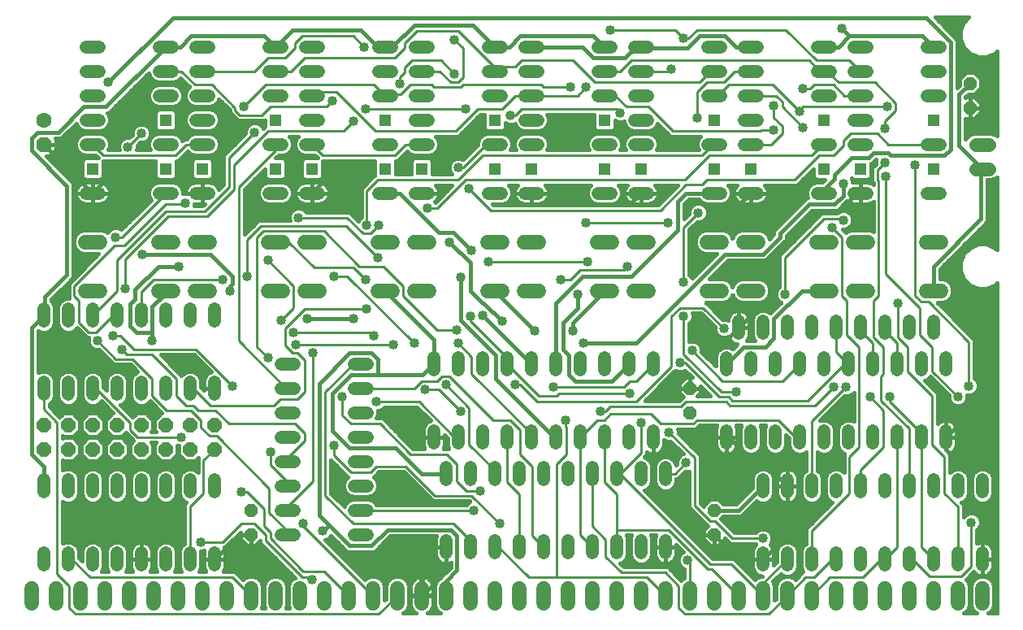
<source format=gbl>
G75*
%MOIN*%
%OFA0B0*%
%FSLAX24Y24*%
%IPPOS*%
%LPD*%
%AMOC8*
5,1,8,0,0,1.08239X$1,22.5*
%
%ADD10C,0.0600*%
%ADD11OC8,0.0520*%
%ADD12C,0.0520*%
%ADD13R,0.0515X0.0515*%
%ADD14C,0.0560*%
%ADD15OC8,0.0630*%
%ADD16C,0.0630*%
%ADD17OC8,0.0600*%
%ADD18C,0.0160*%
%ADD19C,0.0400*%
%ADD20C,0.0100*%
D10*
X000680Y000880D02*
X000680Y001480D01*
X001680Y001480D02*
X001680Y000880D01*
X002680Y000880D02*
X002680Y001480D01*
X003680Y001480D02*
X003680Y000880D01*
X004680Y000880D02*
X004680Y001480D01*
X005680Y001480D02*
X005680Y000880D01*
X006680Y000880D02*
X006680Y001480D01*
X007680Y001480D02*
X007680Y000880D01*
X008680Y000880D02*
X008680Y001480D01*
X009680Y001480D02*
X009680Y000880D01*
X010680Y000880D02*
X010680Y001480D01*
X011680Y001480D02*
X011680Y000880D01*
X012680Y000880D02*
X012680Y001480D01*
X013680Y001480D02*
X013680Y000880D01*
X014680Y000880D02*
X014680Y001480D01*
X015680Y001480D02*
X015680Y000880D01*
X016680Y000880D02*
X016680Y001480D01*
X017680Y001480D02*
X017680Y000880D01*
X018680Y000880D02*
X018680Y001480D01*
X019680Y001480D02*
X019680Y000880D01*
X020680Y000880D02*
X020680Y001480D01*
X021680Y001480D02*
X021680Y000880D01*
X022680Y000880D02*
X022680Y001480D01*
X023680Y001480D02*
X023680Y000880D01*
X024680Y000880D02*
X024680Y001480D01*
X025680Y001480D02*
X025680Y000880D01*
X026680Y000880D02*
X026680Y001480D01*
X027680Y001480D02*
X027680Y000880D01*
X028680Y000880D02*
X028680Y001480D01*
X029680Y001480D02*
X029680Y000880D01*
X030680Y000880D02*
X030680Y001480D01*
X031680Y001480D02*
X031680Y000880D01*
X032680Y000880D02*
X032680Y001480D01*
X033680Y001480D02*
X033680Y000880D01*
X034680Y000880D02*
X034680Y001480D01*
X035680Y001480D02*
X035680Y000880D01*
X036680Y000880D02*
X036680Y001480D01*
X037680Y001480D02*
X037680Y000880D01*
X038680Y000880D02*
X038680Y001480D01*
X039680Y001480D02*
X039680Y000880D01*
X037980Y013680D02*
X037380Y013680D01*
X034980Y013680D02*
X034380Y013680D01*
X033480Y013680D02*
X032880Y013680D01*
X030480Y013680D02*
X029880Y013680D01*
X028980Y013680D02*
X028380Y013680D01*
X025980Y013680D02*
X025380Y013680D01*
X024480Y013680D02*
X023880Y013680D01*
X021480Y013680D02*
X020880Y013680D01*
X019980Y013680D02*
X019380Y013680D01*
X016980Y013680D02*
X016380Y013680D01*
X015480Y013680D02*
X014880Y013680D01*
X012480Y013680D02*
X011880Y013680D01*
X010980Y013680D02*
X010380Y013680D01*
X007980Y013680D02*
X007380Y013680D01*
X006480Y013680D02*
X005880Y013680D01*
X003480Y013680D02*
X002880Y013680D01*
X002880Y015680D02*
X003480Y015680D01*
X005880Y015680D02*
X006480Y015680D01*
X007380Y015680D02*
X007980Y015680D01*
X010380Y015680D02*
X010980Y015680D01*
X011880Y015680D02*
X012480Y015680D01*
X014880Y015680D02*
X015480Y015680D01*
X016380Y015680D02*
X016980Y015680D01*
X019380Y015680D02*
X019980Y015680D01*
X020880Y015680D02*
X021480Y015680D01*
X023880Y015680D02*
X024480Y015680D01*
X025380Y015680D02*
X025980Y015680D01*
X028380Y015680D02*
X028980Y015680D01*
X029880Y015680D02*
X030480Y015680D01*
X032880Y015680D02*
X033480Y015680D01*
X034380Y015680D02*
X034980Y015680D01*
X037380Y015680D02*
X037980Y015680D01*
D11*
X039180Y021180D03*
X039180Y022180D03*
X027680Y009680D03*
X027680Y008680D03*
X028680Y004680D03*
X028680Y003680D03*
X009680Y003680D03*
X009680Y004680D03*
D12*
X010920Y004680D02*
X011440Y004680D01*
X011440Y003680D02*
X010920Y003680D01*
X008180Y002940D02*
X008180Y002420D01*
X007180Y002420D02*
X007180Y002940D01*
X006180Y002940D02*
X006180Y002420D01*
X005180Y002420D02*
X005180Y002940D01*
X004180Y002940D02*
X004180Y002420D01*
X003180Y002420D02*
X003180Y002940D01*
X002180Y002940D02*
X002180Y002420D01*
X001180Y002420D02*
X001180Y002940D01*
X001180Y005420D02*
X001180Y005940D01*
X002180Y005940D02*
X002180Y005420D01*
X003180Y005420D02*
X003180Y005940D01*
X004180Y005940D02*
X004180Y005420D01*
X005180Y005420D02*
X005180Y005940D01*
X006180Y005940D02*
X006180Y005420D01*
X007180Y005420D02*
X007180Y005940D01*
X008180Y005940D02*
X008180Y005420D01*
X010920Y005680D02*
X011440Y005680D01*
X011440Y006680D02*
X010920Y006680D01*
X010920Y007680D02*
X011440Y007680D01*
X011440Y008680D02*
X010920Y008680D01*
X010920Y009680D02*
X011440Y009680D01*
X011440Y010680D02*
X010920Y010680D01*
X008180Y009940D02*
X008180Y009420D01*
X007180Y009420D02*
X007180Y009940D01*
X006180Y009940D02*
X006180Y009420D01*
X005180Y009420D02*
X005180Y009940D01*
X004180Y009940D02*
X004180Y009420D01*
X003180Y009420D02*
X003180Y009940D01*
X002180Y009940D02*
X002180Y009420D01*
X001180Y009420D02*
X001180Y009940D01*
X001180Y012420D02*
X001180Y012940D01*
X002180Y012940D02*
X002180Y012420D01*
X003180Y012420D02*
X003180Y012940D01*
X004180Y012940D02*
X004180Y012420D01*
X005180Y012420D02*
X005180Y012940D01*
X006180Y012940D02*
X006180Y012420D01*
X007180Y012420D02*
X007180Y012940D01*
X008180Y012940D02*
X008180Y012420D01*
X013920Y010680D02*
X014440Y010680D01*
X014440Y009680D02*
X013920Y009680D01*
X013920Y008680D02*
X014440Y008680D01*
X014440Y007680D02*
X013920Y007680D01*
X013920Y006680D02*
X014440Y006680D01*
X014440Y005680D02*
X013920Y005680D01*
X013920Y004680D02*
X014440Y004680D01*
X014440Y003680D02*
X013920Y003680D01*
X017680Y003440D02*
X017680Y002920D01*
X018680Y002920D02*
X018680Y003440D01*
X019680Y003440D02*
X019680Y002920D01*
X020680Y002920D02*
X020680Y003440D01*
X021680Y003440D02*
X021680Y002920D01*
X022680Y002920D02*
X022680Y003440D01*
X023680Y003440D02*
X023680Y002920D01*
X024680Y002920D02*
X024680Y003440D01*
X025680Y003440D02*
X025680Y002920D01*
X026680Y002920D02*
X026680Y003440D01*
X026680Y005920D02*
X026680Y006440D01*
X025680Y006440D02*
X025680Y005920D01*
X024680Y005920D02*
X024680Y006440D01*
X023680Y006440D02*
X023680Y005920D01*
X022680Y005920D02*
X022680Y006440D01*
X021680Y006440D02*
X021680Y005920D01*
X020680Y005920D02*
X020680Y006440D01*
X019680Y006440D02*
X019680Y005920D01*
X018680Y005920D02*
X018680Y006440D01*
X017680Y006440D02*
X017680Y005920D01*
X017180Y007420D02*
X017180Y007940D01*
X018180Y007940D02*
X018180Y007420D01*
X019180Y007420D02*
X019180Y007940D01*
X020180Y007940D02*
X020180Y007420D01*
X021180Y007420D02*
X021180Y007940D01*
X022180Y007940D02*
X022180Y007420D01*
X023180Y007420D02*
X023180Y007940D01*
X024180Y007940D02*
X024180Y007420D01*
X025180Y007420D02*
X025180Y007940D01*
X026180Y007940D02*
X026180Y007420D01*
X029180Y007420D02*
X029180Y007940D01*
X030180Y007940D02*
X030180Y007420D01*
X031180Y007420D02*
X031180Y007940D01*
X032180Y007940D02*
X032180Y007420D01*
X033180Y007420D02*
X033180Y007940D01*
X034180Y007940D02*
X034180Y007420D01*
X035180Y007420D02*
X035180Y007940D01*
X036180Y007940D02*
X036180Y007420D01*
X037180Y007420D02*
X037180Y007940D01*
X038180Y007940D02*
X038180Y007420D01*
X037680Y005940D02*
X037680Y005420D01*
X038680Y005420D02*
X038680Y005940D01*
X039680Y005940D02*
X039680Y005420D01*
X036680Y005420D02*
X036680Y005940D01*
X035680Y005940D02*
X035680Y005420D01*
X034680Y005420D02*
X034680Y005940D01*
X033680Y005940D02*
X033680Y005420D01*
X032680Y005420D02*
X032680Y005940D01*
X031680Y005940D02*
X031680Y005420D01*
X030680Y005420D02*
X030680Y005940D01*
X030680Y002940D02*
X030680Y002420D01*
X031680Y002420D02*
X031680Y002940D01*
X032680Y002940D02*
X032680Y002420D01*
X033680Y002420D02*
X033680Y002940D01*
X034680Y002940D02*
X034680Y002420D01*
X035680Y002420D02*
X035680Y002940D01*
X036680Y002940D02*
X036680Y002420D01*
X037680Y002420D02*
X037680Y002940D01*
X038680Y002940D02*
X038680Y002420D01*
X039680Y002420D02*
X039680Y002940D01*
X038180Y010420D02*
X038180Y010940D01*
X037180Y010940D02*
X037180Y010420D01*
X036180Y010420D02*
X036180Y010940D01*
X035180Y010940D02*
X035180Y010420D01*
X034180Y010420D02*
X034180Y010940D01*
X033180Y010940D02*
X033180Y010420D01*
X032180Y010420D02*
X032180Y010940D01*
X031180Y010940D02*
X031180Y010420D01*
X030180Y010420D02*
X030180Y010940D01*
X029180Y010940D02*
X029180Y010420D01*
X029680Y011920D02*
X029680Y012440D01*
X030680Y012440D02*
X030680Y011920D01*
X031680Y011920D02*
X031680Y012440D01*
X032680Y012440D02*
X032680Y011920D01*
X033680Y011920D02*
X033680Y012440D01*
X034680Y012440D02*
X034680Y011920D01*
X035680Y011920D02*
X035680Y012440D01*
X036680Y012440D02*
X036680Y011920D01*
X037680Y011920D02*
X037680Y012440D01*
X037420Y017680D02*
X037940Y017680D01*
X034940Y017680D02*
X034420Y017680D01*
X033440Y017680D02*
X032920Y017680D01*
X030440Y017680D02*
X029920Y017680D01*
X028940Y017680D02*
X028420Y017680D01*
X025940Y017680D02*
X025420Y017680D01*
X024440Y017680D02*
X023920Y017680D01*
X021440Y017680D02*
X020920Y017680D01*
X019940Y017680D02*
X019420Y017680D01*
X016940Y017680D02*
X016420Y017680D01*
X015440Y017680D02*
X014920Y017680D01*
X012440Y017680D02*
X011920Y017680D01*
X010940Y017680D02*
X010420Y017680D01*
X007940Y017680D02*
X007420Y017680D01*
X006440Y017680D02*
X005920Y017680D01*
X003440Y017680D02*
X002920Y017680D01*
X002920Y019680D02*
X003440Y019680D01*
X003440Y020680D02*
X002920Y020680D01*
X002920Y021680D02*
X003440Y021680D01*
X003440Y022680D02*
X002920Y022680D01*
X002920Y023680D02*
X003440Y023680D01*
X005920Y023680D02*
X006440Y023680D01*
X007420Y023680D02*
X007940Y023680D01*
X007940Y022680D02*
X007420Y022680D01*
X006440Y022680D02*
X005920Y022680D01*
X005920Y021680D02*
X006440Y021680D01*
X007420Y021680D02*
X007940Y021680D01*
X007940Y020680D02*
X007420Y020680D01*
X007420Y019680D02*
X007940Y019680D01*
X006440Y019680D02*
X005920Y019680D01*
X010420Y019680D02*
X010940Y019680D01*
X011920Y019680D02*
X012440Y019680D01*
X012440Y020680D02*
X011920Y020680D01*
X011920Y021680D02*
X012440Y021680D01*
X012440Y022680D02*
X011920Y022680D01*
X010940Y022680D02*
X010420Y022680D01*
X010420Y021680D02*
X010940Y021680D01*
X010940Y023680D02*
X010420Y023680D01*
X011920Y023680D02*
X012440Y023680D01*
X014920Y023680D02*
X015440Y023680D01*
X016420Y023680D02*
X016940Y023680D01*
X016940Y022680D02*
X016420Y022680D01*
X015440Y022680D02*
X014920Y022680D01*
X014920Y021680D02*
X015440Y021680D01*
X016420Y021680D02*
X016940Y021680D01*
X016940Y020680D02*
X016420Y020680D01*
X016420Y019680D02*
X016940Y019680D01*
X015440Y019680D02*
X014920Y019680D01*
X019420Y019680D02*
X019940Y019680D01*
X020920Y019680D02*
X021440Y019680D01*
X021440Y020680D02*
X020920Y020680D01*
X020920Y021680D02*
X021440Y021680D01*
X021440Y022680D02*
X020920Y022680D01*
X019940Y022680D02*
X019420Y022680D01*
X019420Y021680D02*
X019940Y021680D01*
X019940Y023680D02*
X019420Y023680D01*
X020920Y023680D02*
X021440Y023680D01*
X023920Y023680D02*
X024440Y023680D01*
X025420Y023680D02*
X025940Y023680D01*
X025940Y022680D02*
X025420Y022680D01*
X024440Y022680D02*
X023920Y022680D01*
X023920Y021680D02*
X024440Y021680D01*
X025420Y021680D02*
X025940Y021680D01*
X025940Y020680D02*
X025420Y020680D01*
X025420Y019680D02*
X025940Y019680D01*
X024440Y019680D02*
X023920Y019680D01*
X028420Y019680D02*
X028940Y019680D01*
X029920Y019680D02*
X030440Y019680D01*
X030440Y020680D02*
X029920Y020680D01*
X029920Y021680D02*
X030440Y021680D01*
X030440Y022680D02*
X029920Y022680D01*
X028940Y022680D02*
X028420Y022680D01*
X028420Y021680D02*
X028940Y021680D01*
X028940Y023680D02*
X028420Y023680D01*
X029920Y023680D02*
X030440Y023680D01*
X032920Y023680D02*
X033440Y023680D01*
X034420Y023680D02*
X034940Y023680D01*
X034940Y022680D02*
X034420Y022680D01*
X033440Y022680D02*
X032920Y022680D01*
X032920Y021680D02*
X033440Y021680D01*
X034420Y021680D02*
X034940Y021680D01*
X034940Y020680D02*
X034420Y020680D01*
X034420Y019680D02*
X034940Y019680D01*
X033440Y019680D02*
X032920Y019680D01*
X037420Y019680D02*
X037940Y019680D01*
X037940Y021680D02*
X037420Y021680D01*
X037420Y022680D02*
X037940Y022680D01*
X037940Y023680D02*
X037420Y023680D01*
X026180Y010940D02*
X026180Y010420D01*
X025180Y010420D02*
X025180Y010940D01*
X024180Y010940D02*
X024180Y010420D01*
X023180Y010420D02*
X023180Y010940D01*
X022180Y010940D02*
X022180Y010420D01*
X021180Y010420D02*
X021180Y010940D01*
X020180Y010940D02*
X020180Y010420D01*
X019180Y010420D02*
X019180Y010940D01*
X018180Y010940D02*
X018180Y010420D01*
X017180Y010420D02*
X017180Y010940D01*
D13*
X016680Y018680D03*
X015180Y018680D03*
X015180Y020680D03*
X012180Y018680D03*
X010680Y018680D03*
X010680Y020680D03*
X007680Y018680D03*
X006180Y018680D03*
X006180Y020680D03*
X003180Y018680D03*
X019680Y018680D03*
X021180Y018680D03*
X019680Y020680D03*
X024180Y020680D03*
X024180Y018680D03*
X025680Y018680D03*
X028680Y018680D03*
X030180Y018680D03*
X028680Y020680D03*
X033180Y020680D03*
X033180Y018680D03*
X034680Y018680D03*
X037680Y018680D03*
X037680Y020680D03*
D14*
X039400Y019680D02*
X039960Y019680D01*
X039960Y018680D02*
X039400Y018680D01*
D15*
X001180Y019680D03*
D16*
X001180Y020680D03*
D17*
X001180Y008180D03*
X002180Y008180D03*
X003180Y008180D03*
X004180Y008180D03*
X005180Y008180D03*
X006180Y008180D03*
X007180Y008180D03*
X008180Y008180D03*
X008180Y007180D03*
X007180Y007180D03*
X006180Y007180D03*
X005180Y007180D03*
X004180Y007180D03*
X003180Y007180D03*
X002180Y007180D03*
X001180Y007180D03*
D18*
X000680Y006980D02*
X000680Y012180D01*
X001180Y012680D01*
X001230Y012730D01*
X001230Y013430D01*
X002130Y014330D01*
X002130Y017980D01*
X000680Y019430D01*
X000680Y019930D01*
X000930Y020180D01*
X001780Y020180D01*
X002830Y021230D01*
X003730Y021230D01*
X006180Y023680D01*
X006780Y023680D01*
X007230Y024130D01*
X010230Y024130D01*
X010680Y023680D01*
X011380Y024380D01*
X014180Y024380D01*
X014880Y023680D01*
X015180Y023680D01*
X015230Y023730D01*
X015530Y023730D01*
X016380Y024580D01*
X018780Y024580D01*
X019680Y023680D01*
X020280Y023680D01*
X020730Y024130D01*
X023730Y024130D01*
X024180Y023680D01*
X023730Y023230D02*
X025030Y023230D01*
X025480Y023680D01*
X025680Y023680D01*
X025730Y023630D01*
X027580Y023630D01*
X028080Y024130D01*
X029130Y024130D01*
X029580Y023680D01*
X030180Y023680D01*
X033180Y023680D02*
X033780Y023680D01*
X034230Y024130D01*
X033930Y024430D01*
X034230Y024130D02*
X037230Y024130D01*
X037680Y023680D01*
X038380Y023880D02*
X038380Y019480D01*
X038130Y019230D01*
X035930Y019230D01*
X035830Y019330D01*
X035230Y019330D01*
X035030Y019130D01*
X034330Y019130D01*
X033630Y018430D01*
X033630Y018280D01*
X033180Y017830D01*
X033180Y017680D01*
X033102Y018120D02*
X032832Y018120D01*
X032671Y018053D01*
X032547Y017929D01*
X032480Y017768D01*
X032480Y017592D01*
X032523Y017488D01*
X032433Y017450D01*
X032360Y017377D01*
X031160Y016177D01*
X031120Y016082D01*
X031120Y015988D01*
X030945Y015812D01*
X030887Y015952D01*
X030752Y016087D01*
X030575Y016160D01*
X029785Y016160D01*
X029608Y016087D01*
X029473Y015952D01*
X029430Y015848D01*
X029387Y015952D01*
X029252Y016087D01*
X029075Y016160D01*
X028285Y016160D01*
X028108Y016087D01*
X027973Y015952D01*
X027900Y015775D01*
X027900Y015585D01*
X027973Y015408D01*
X028108Y015273D01*
X028285Y015200D01*
X028782Y015200D01*
X027774Y014192D01*
X027752Y014245D01*
X027660Y014337D01*
X027660Y016185D01*
X027975Y016500D01*
X028106Y016500D01*
X028245Y016558D01*
X028352Y016665D01*
X028410Y016804D01*
X028410Y016956D01*
X028352Y017095D01*
X028245Y017202D01*
X028106Y017260D01*
X027954Y017260D01*
X027815Y017202D01*
X027708Y017095D01*
X027650Y016956D01*
X027650Y016825D01*
X027440Y016615D01*
X027440Y017222D01*
X027638Y017420D01*
X028058Y017420D01*
X028171Y017307D01*
X028332Y017240D01*
X029028Y017240D01*
X029189Y017307D01*
X029313Y017431D01*
X029380Y017592D01*
X029380Y017768D01*
X029313Y017929D01*
X029242Y018000D01*
X029618Y018000D01*
X029584Y017967D01*
X029544Y017911D01*
X029512Y017849D01*
X029491Y017783D01*
X029480Y017715D01*
X029480Y017680D01*
X030180Y017680D01*
X029730Y017230D01*
X028230Y017230D01*
X028180Y017280D01*
X027680Y017280D01*
X027752Y017140D02*
X027440Y017140D01*
X027440Y016981D02*
X027661Y016981D01*
X027647Y016823D02*
X027440Y016823D01*
X027440Y016664D02*
X027489Y016664D01*
X027822Y016347D02*
X031329Y016347D01*
X031171Y016189D02*
X027664Y016189D01*
X027660Y016030D02*
X028051Y016030D01*
X027940Y015872D02*
X027660Y015872D01*
X027660Y015713D02*
X027900Y015713D01*
X027912Y015555D02*
X027660Y015555D01*
X027660Y015396D02*
X027985Y015396D01*
X028194Y015238D02*
X027660Y015238D01*
X027660Y015079D02*
X028661Y015079D01*
X028503Y014921D02*
X027660Y014921D01*
X027660Y014762D02*
X028344Y014762D01*
X028186Y014604D02*
X027660Y014604D01*
X027660Y014445D02*
X028027Y014445D01*
X027869Y014287D02*
X027711Y014287D01*
X028478Y014160D02*
X029238Y014920D01*
X030732Y014920D01*
X030827Y014960D01*
X031527Y015660D01*
X031600Y015733D01*
X031640Y015828D01*
X031640Y015922D01*
X032688Y016970D01*
X033682Y016970D01*
X033777Y017010D01*
X034123Y017355D01*
X034133Y017344D01*
X034189Y017304D01*
X034251Y017272D01*
X034317Y017251D01*
X034385Y017240D01*
X034680Y017240D01*
X034975Y017240D01*
X035043Y017251D01*
X035109Y017272D01*
X035171Y017304D01*
X035200Y017325D01*
X035200Y016108D01*
X035075Y016160D01*
X034285Y016160D01*
X034108Y016087D01*
X034078Y016057D01*
X033935Y016200D01*
X034056Y016200D01*
X034195Y016258D01*
X034302Y016365D01*
X034360Y016504D01*
X034360Y016656D01*
X034302Y016795D01*
X034195Y016902D01*
X034056Y016960D01*
X033904Y016960D01*
X033765Y016902D01*
X033723Y016860D01*
X033085Y016860D01*
X032950Y016725D01*
X031350Y015125D01*
X031350Y013837D01*
X031258Y013745D01*
X031200Y013606D01*
X031200Y013454D01*
X031258Y013315D01*
X031365Y013208D01*
X031418Y013186D01*
X030987Y012755D01*
X030929Y012813D01*
X030768Y012880D01*
X030592Y012880D01*
X030431Y012813D01*
X030307Y012689D01*
X030240Y012528D01*
X030240Y011832D01*
X030307Y011671D01*
X030338Y011640D01*
X030020Y011640D01*
X030056Y011689D01*
X030088Y011751D01*
X030109Y011817D01*
X030120Y011885D01*
X030120Y012180D01*
X030120Y012475D01*
X030109Y012543D01*
X030246Y012543D01*
X030109Y012543D02*
X030088Y012609D01*
X030056Y012671D01*
X030016Y012727D01*
X029967Y012776D01*
X029911Y012816D01*
X029849Y012848D01*
X029783Y012869D01*
X029715Y012880D01*
X029680Y012880D01*
X029680Y012180D01*
X028580Y011080D01*
X028740Y011028D02*
X028807Y011189D01*
X028931Y011313D01*
X029092Y011380D01*
X029268Y011380D01*
X029429Y011313D01*
X029437Y011305D01*
X029617Y011485D01*
X029577Y011491D01*
X029511Y011512D01*
X029449Y011544D01*
X029393Y011584D01*
X029344Y011633D01*
X029304Y011689D01*
X029272Y011751D01*
X029259Y011793D01*
X029156Y011750D01*
X029004Y011750D01*
X028865Y011808D01*
X028758Y011915D01*
X028700Y012054D01*
X028700Y012185D01*
X028135Y012750D01*
X027792Y012750D01*
X027810Y012706D01*
X027810Y012554D01*
X027752Y012415D01*
X027660Y012323D01*
X027660Y011592D01*
X027661Y011592D01*
X027660Y011592D02*
X027704Y011610D01*
X027856Y011610D01*
X027995Y011552D01*
X028102Y011445D01*
X028160Y011306D01*
X028160Y011175D01*
X028740Y010595D01*
X028740Y011028D01*
X028740Y010958D02*
X028377Y010958D01*
X028219Y011117D02*
X028777Y011117D01*
X028893Y011275D02*
X028160Y011275D01*
X028107Y011434D02*
X029566Y011434D01*
X029386Y011592D02*
X027899Y011592D01*
X027660Y011751D02*
X029003Y011751D01*
X029157Y011751D02*
X029273Y011751D01*
X028764Y011909D02*
X027660Y011909D01*
X027660Y012068D02*
X028700Y012068D01*
X028659Y012226D02*
X027660Y012226D01*
X027722Y012385D02*
X028500Y012385D01*
X028342Y012543D02*
X027805Y012543D01*
X027810Y012702D02*
X028183Y012702D01*
X028517Y013019D02*
X031251Y013019D01*
X031409Y013177D02*
X028358Y013177D01*
X028335Y013200D02*
X029075Y013200D01*
X029252Y013273D01*
X029387Y013408D01*
X029430Y013512D01*
X029473Y013408D01*
X029608Y013273D01*
X029785Y013200D01*
X030575Y013200D01*
X030752Y013273D01*
X030887Y013408D01*
X030960Y013585D01*
X030960Y013775D01*
X030887Y013952D01*
X030752Y014087D01*
X030575Y014160D01*
X029785Y014160D01*
X029608Y014087D01*
X029473Y013952D01*
X029430Y013848D01*
X029387Y013952D01*
X029252Y014087D01*
X029075Y014160D01*
X028478Y014160D01*
X028604Y014287D02*
X031350Y014287D01*
X031350Y014445D02*
X028763Y014445D01*
X028921Y014604D02*
X031350Y014604D01*
X031350Y014762D02*
X029080Y014762D01*
X029130Y015180D02*
X030680Y015180D01*
X031380Y015880D01*
X031380Y016030D01*
X032580Y017230D01*
X033630Y017230D01*
X033980Y017580D01*
X033980Y018080D01*
X034321Y018249D02*
X034341Y018249D01*
X034348Y018243D02*
X034307Y018283D01*
X034360Y018156D01*
X034360Y018116D01*
X034385Y018120D01*
X034680Y018120D01*
X034680Y017680D01*
X034530Y017680D01*
X033780Y016930D01*
X033130Y016930D01*
X031930Y015730D01*
X031780Y015880D01*
X031640Y015872D02*
X032096Y015872D01*
X031930Y015730D02*
X031330Y015130D01*
X031330Y013830D01*
X029680Y012180D01*
X029680Y012180D01*
X030120Y012180D01*
X029680Y012180D01*
X029680Y012180D01*
X029680Y012880D01*
X029645Y012880D01*
X029577Y012869D01*
X029511Y012848D01*
X029449Y012816D01*
X029393Y012776D01*
X029344Y012727D01*
X029304Y012671D01*
X029272Y012609D01*
X029251Y012543D01*
X028992Y012543D01*
X029025Y012510D02*
X028335Y013200D01*
X028675Y012860D02*
X029549Y012860D01*
X029680Y012860D02*
X029680Y012860D01*
X029811Y012860D02*
X030544Y012860D01*
X030816Y012860D02*
X031092Y012860D01*
X031130Y012530D02*
X031130Y011730D01*
X030780Y011380D01*
X029880Y011380D01*
X029180Y010680D01*
X028740Y010641D02*
X028694Y010641D01*
X028740Y010800D02*
X028536Y010800D01*
X027765Y010120D02*
X027482Y010402D01*
X027356Y010350D01*
X027204Y010350D01*
X027078Y010402D01*
X027025Y010350D01*
X025835Y009160D01*
X027235Y009160D01*
X027300Y009225D01*
X027406Y009332D01*
X027240Y009498D01*
X027240Y009680D01*
X027680Y009680D01*
X027680Y009680D01*
X027680Y010120D01*
X027765Y010120D01*
X027719Y010166D02*
X026841Y010166D01*
X026999Y010324D02*
X027561Y010324D01*
X027498Y010120D02*
X027240Y009862D01*
X027240Y009680D01*
X027680Y009680D01*
X028120Y009680D01*
X028120Y009765D01*
X028525Y009360D01*
X027982Y009360D01*
X028120Y009498D01*
X028120Y009680D01*
X027680Y009680D01*
X027680Y009680D01*
X027680Y009680D01*
X027680Y010120D01*
X027498Y010120D01*
X027385Y010007D02*
X026682Y010007D01*
X026524Y009849D02*
X027240Y009849D01*
X027240Y009690D02*
X026365Y009690D01*
X026207Y009532D02*
X027240Y009532D01*
X027365Y009373D02*
X026048Y009373D01*
X025890Y009215D02*
X027289Y009215D01*
X027680Y009690D02*
X027680Y009690D01*
X027680Y009849D02*
X027680Y009849D01*
X027680Y010007D02*
X027680Y010007D01*
X028120Y009690D02*
X028195Y009690D01*
X028120Y009532D02*
X028353Y009532D01*
X028512Y009373D02*
X027995Y009373D01*
X028075Y008150D02*
X028793Y008150D01*
X028772Y008109D01*
X028751Y008043D01*
X028740Y007975D01*
X028740Y007680D01*
X029180Y007680D01*
X029280Y007680D01*
X030580Y006380D01*
X030980Y006380D01*
X031680Y005680D01*
X031680Y003680D01*
X030680Y002680D01*
X029680Y002680D01*
X028680Y003680D01*
X028680Y003240D01*
X028862Y003240D01*
X029120Y003498D01*
X029120Y003515D01*
X029335Y003300D01*
X030373Y003300D01*
X030395Y003277D01*
X030393Y003276D01*
X030344Y003227D01*
X030304Y003171D01*
X030272Y003109D01*
X030251Y003043D01*
X030240Y002975D01*
X030240Y002680D01*
X030680Y002680D01*
X031120Y002680D01*
X031120Y002975D01*
X031109Y003043D01*
X031088Y003109D01*
X031056Y003171D01*
X031016Y003227D01*
X030967Y003276D01*
X030965Y003277D01*
X031002Y003315D01*
X031060Y003454D01*
X031060Y003606D01*
X031002Y003745D01*
X030895Y003852D01*
X030756Y003910D01*
X030604Y003910D01*
X030465Y003852D01*
X030373Y003760D01*
X029525Y003760D01*
X028960Y004325D01*
X028954Y004332D01*
X029042Y004420D01*
X029732Y004420D01*
X029827Y004460D01*
X030423Y005055D01*
X030431Y005047D01*
X030592Y004980D01*
X030768Y004980D01*
X030929Y005047D01*
X031053Y005171D01*
X031120Y005332D01*
X031120Y006028D01*
X031053Y006189D01*
X030929Y006313D01*
X030768Y006380D01*
X030592Y006380D01*
X030431Y006313D01*
X030307Y006189D01*
X030240Y006028D01*
X030240Y005608D01*
X029572Y004940D01*
X029042Y004940D01*
X028862Y005120D01*
X028498Y005120D01*
X028240Y004862D01*
X028240Y004845D01*
X028110Y004975D01*
X028110Y006925D01*
X027210Y007825D01*
X027210Y007956D01*
X027192Y008000D01*
X027925Y008000D01*
X028060Y008135D01*
X028075Y008150D01*
X028030Y008105D02*
X028771Y008105D01*
X028740Y007947D02*
X027210Y007947D01*
X027247Y007788D02*
X028740Y007788D01*
X028740Y007680D02*
X028740Y007385D01*
X028751Y007317D01*
X028772Y007251D01*
X028804Y007189D01*
X028844Y007133D01*
X028893Y007084D01*
X028949Y007044D01*
X029011Y007012D01*
X029077Y006991D01*
X029145Y006980D01*
X029180Y006980D01*
X029215Y006980D01*
X029283Y006991D01*
X029349Y007012D01*
X029411Y007044D01*
X029467Y007084D01*
X029516Y007133D01*
X029556Y007189D01*
X029588Y007251D01*
X029609Y007317D01*
X029620Y007385D01*
X029620Y007680D01*
X029620Y007975D01*
X029609Y008043D01*
X029588Y008109D01*
X029567Y008150D01*
X029791Y008150D01*
X029740Y008028D01*
X029740Y007332D01*
X029807Y007171D01*
X029931Y007047D01*
X030092Y006980D01*
X030268Y006980D01*
X030429Y007047D01*
X030553Y007171D01*
X030620Y007332D01*
X030620Y008028D01*
X030569Y008150D01*
X030791Y008150D01*
X030740Y008028D01*
X030740Y007332D01*
X030807Y007171D01*
X030931Y007047D01*
X031092Y006980D01*
X031268Y006980D01*
X031429Y007047D01*
X031553Y007171D01*
X031620Y007332D01*
X031620Y007765D01*
X031740Y007645D01*
X031740Y007332D01*
X031807Y007171D01*
X031931Y007047D01*
X032092Y006980D01*
X032268Y006980D01*
X032429Y007047D01*
X032450Y007068D01*
X032450Y006321D01*
X032431Y006313D01*
X032307Y006189D01*
X032240Y006028D01*
X032240Y005332D01*
X032307Y005171D01*
X032431Y005047D01*
X032592Y004980D01*
X032768Y004980D01*
X032929Y005047D01*
X033053Y005171D01*
X033120Y005332D01*
X033120Y006028D01*
X033053Y006189D01*
X032929Y006313D01*
X032910Y006321D01*
X032910Y007068D01*
X032931Y007047D01*
X033092Y006980D01*
X033268Y006980D01*
X033429Y007047D01*
X033553Y007171D01*
X033620Y007332D01*
X033620Y008028D01*
X033553Y008189D01*
X033429Y008313D01*
X033268Y008380D01*
X033092Y008380D01*
X033029Y008354D01*
X034025Y009350D01*
X034156Y009350D01*
X034295Y009408D01*
X034400Y009513D01*
X034400Y008325D01*
X034268Y008380D01*
X034092Y008380D01*
X033931Y008313D01*
X033807Y008189D01*
X033740Y008028D01*
X033740Y007332D01*
X033807Y007171D01*
X033931Y007047D01*
X034030Y007006D01*
X034000Y006975D01*
X034000Y006242D01*
X033929Y006313D01*
X033768Y006380D01*
X033592Y006380D01*
X033431Y006313D01*
X033307Y006189D01*
X033240Y006028D01*
X033240Y005332D01*
X033307Y005171D01*
X033431Y005047D01*
X033530Y005006D01*
X032450Y003925D01*
X032450Y003321D01*
X032431Y003313D01*
X032307Y003189D01*
X032240Y003028D01*
X032240Y002332D01*
X032307Y002171D01*
X032326Y002152D01*
X032007Y001832D01*
X031952Y001887D01*
X031775Y001960D01*
X031585Y001960D01*
X031408Y001887D01*
X031273Y001752D01*
X031200Y001575D01*
X031200Y001025D01*
X031160Y000985D01*
X031160Y001575D01*
X031087Y001752D01*
X031082Y001757D01*
X031402Y002076D01*
X031431Y002047D01*
X031592Y001980D01*
X031768Y001980D01*
X031929Y002047D01*
X032053Y002171D01*
X032120Y002332D01*
X032120Y003028D01*
X032053Y003189D01*
X031929Y003313D01*
X031768Y003380D01*
X031592Y003380D01*
X031431Y003313D01*
X031307Y003189D01*
X031240Y003028D01*
X031240Y002565D01*
X031120Y002445D01*
X031120Y002680D01*
X030680Y002680D01*
X030680Y002680D01*
X030680Y002680D01*
X030240Y002680D01*
X030240Y002385D01*
X030251Y002317D01*
X030272Y002251D01*
X030304Y002189D01*
X030344Y002133D01*
X030393Y002084D01*
X030449Y002044D01*
X030511Y002012D01*
X030577Y001991D01*
X030645Y001980D01*
X030655Y001980D01*
X030635Y001960D01*
X030585Y001960D01*
X030408Y001887D01*
X030353Y001832D01*
X029475Y002710D01*
X028625Y002710D01*
X025830Y005506D01*
X025929Y005547D01*
X026053Y005671D01*
X026120Y005832D01*
X026120Y006528D01*
X026053Y006689D01*
X025929Y006813D01*
X025830Y006854D01*
X025910Y006935D01*
X025910Y007072D01*
X025949Y007044D01*
X026011Y007012D01*
X026077Y006991D01*
X026145Y006980D01*
X026180Y006980D01*
X026215Y006980D01*
X026283Y006991D01*
X026349Y007012D01*
X026411Y007044D01*
X026467Y007084D01*
X026516Y007133D01*
X026556Y007189D01*
X026588Y007251D01*
X026609Y007317D01*
X026620Y007385D01*
X026620Y007556D01*
X026754Y007500D01*
X026885Y007500D01*
X027398Y006987D01*
X027315Y006952D01*
X027208Y006845D01*
X027150Y006706D01*
X027150Y006575D01*
X027115Y006540D01*
X027053Y006689D01*
X026929Y006813D01*
X026768Y006880D01*
X026592Y006880D01*
X026431Y006813D01*
X026307Y006689D01*
X026240Y006528D01*
X026240Y005832D01*
X026307Y005671D01*
X026431Y005547D01*
X026592Y005480D01*
X026768Y005480D01*
X026929Y005547D01*
X027053Y005671D01*
X027120Y005832D01*
X027120Y005950D01*
X027175Y005950D01*
X027475Y006250D01*
X027606Y006250D01*
X027650Y006268D01*
X027650Y004785D01*
X027785Y004650D01*
X028406Y004028D01*
X028240Y003862D01*
X028240Y003680D01*
X028680Y003680D01*
X028680Y003680D01*
X028680Y003680D01*
X028680Y003240D01*
X028498Y003240D01*
X028240Y003498D01*
X028240Y003680D01*
X028680Y003680D01*
X028680Y003667D02*
X028680Y003667D01*
X028680Y003509D02*
X028680Y003509D01*
X028680Y003350D02*
X028680Y003350D01*
X028972Y003350D02*
X029285Y003350D01*
X029126Y003509D02*
X029120Y003509D01*
X029460Y003826D02*
X030438Y003826D01*
X030922Y003826D02*
X032450Y003826D01*
X032450Y003667D02*
X031035Y003667D01*
X031060Y003509D02*
X032450Y003509D01*
X032450Y003350D02*
X031840Y003350D01*
X032051Y003192D02*
X032309Y003192D01*
X032242Y003033D02*
X032118Y003033D01*
X032120Y002875D02*
X032240Y002875D01*
X032240Y002716D02*
X032120Y002716D01*
X032120Y002558D02*
X032240Y002558D01*
X032240Y002399D02*
X032120Y002399D01*
X032082Y002241D02*
X032278Y002241D01*
X032257Y002082D02*
X031964Y002082D01*
X031864Y001924D02*
X032098Y001924D01*
X031496Y001924D02*
X031249Y001924D01*
X031286Y001765D02*
X031090Y001765D01*
X031147Y001607D02*
X031213Y001607D01*
X031200Y001448D02*
X031160Y001448D01*
X031160Y001290D02*
X031200Y001290D01*
X031200Y001131D02*
X031160Y001131D01*
X030496Y001924D02*
X030262Y001924D01*
X030397Y002082D02*
X030103Y002082D01*
X029945Y002241D02*
X030278Y002241D01*
X030240Y002399D02*
X029786Y002399D01*
X029628Y002558D02*
X030240Y002558D01*
X030240Y002716D02*
X028619Y002716D01*
X028461Y002875D02*
X030240Y002875D01*
X030249Y003033D02*
X028302Y003033D01*
X028144Y003192D02*
X030319Y003192D01*
X031017Y003350D02*
X031520Y003350D01*
X031309Y003192D02*
X031041Y003192D01*
X031111Y003033D02*
X031242Y003033D01*
X031240Y002875D02*
X031120Y002875D01*
X031120Y002716D02*
X031240Y002716D01*
X031232Y002558D02*
X031120Y002558D01*
X032509Y003984D02*
X029301Y003984D01*
X029143Y004143D02*
X032667Y004143D01*
X032826Y004301D02*
X028984Y004301D01*
X028362Y003984D02*
X027351Y003984D01*
X027193Y004143D02*
X028292Y004143D01*
X028134Y004301D02*
X027034Y004301D01*
X026876Y004460D02*
X027975Y004460D01*
X027817Y004618D02*
X026717Y004618D01*
X026559Y004777D02*
X027658Y004777D01*
X027650Y004935D02*
X026400Y004935D01*
X026242Y005094D02*
X027650Y005094D01*
X027650Y005252D02*
X026083Y005252D01*
X025925Y005411D02*
X027650Y005411D01*
X027650Y005569D02*
X026951Y005569D01*
X027077Y005728D02*
X027650Y005728D01*
X027650Y005886D02*
X027120Y005886D01*
X027270Y006045D02*
X027650Y006045D01*
X027650Y006203D02*
X027428Y006203D01*
X028110Y006203D02*
X030321Y006203D01*
X030247Y006045D02*
X028110Y006045D01*
X028110Y005886D02*
X030240Y005886D01*
X030240Y005728D02*
X028110Y005728D01*
X028110Y005569D02*
X030201Y005569D01*
X030043Y005411D02*
X028110Y005411D01*
X028110Y005252D02*
X029884Y005252D01*
X029726Y005094D02*
X028889Y005094D01*
X028471Y005094D02*
X028110Y005094D01*
X028150Y004935D02*
X028313Y004935D01*
X028680Y004680D02*
X029680Y004680D01*
X030680Y005680D01*
X031120Y005728D02*
X031240Y005728D01*
X031240Y005680D02*
X031680Y005680D01*
X032120Y005680D01*
X032120Y005975D01*
X032109Y006043D01*
X032088Y006109D01*
X032056Y006171D01*
X032016Y006227D01*
X031967Y006276D01*
X031911Y006316D01*
X031849Y006348D01*
X031783Y006369D01*
X031715Y006380D01*
X031680Y006380D01*
X031680Y005680D01*
X031680Y005680D01*
X031680Y005680D01*
X032120Y005680D01*
X032120Y005385D01*
X032109Y005317D01*
X032088Y005251D01*
X032056Y005189D01*
X032016Y005133D01*
X031967Y005084D01*
X031911Y005044D01*
X031849Y005012D01*
X031783Y004991D01*
X031715Y004980D01*
X031680Y004980D01*
X031680Y005680D01*
X031680Y005680D01*
X031680Y005680D01*
X031680Y006380D01*
X031645Y006380D01*
X031577Y006369D01*
X031511Y006348D01*
X031449Y006316D01*
X031393Y006276D01*
X031344Y006227D01*
X031304Y006171D01*
X031272Y006109D01*
X031251Y006043D01*
X031240Y005975D01*
X031240Y005680D01*
X031240Y005385D01*
X031251Y005317D01*
X031272Y005251D01*
X031304Y005189D01*
X031344Y005133D01*
X031393Y005084D01*
X031449Y005044D01*
X031511Y005012D01*
X031577Y004991D01*
X031645Y004980D01*
X031680Y004980D01*
X031680Y005680D01*
X031240Y005680D01*
X031240Y005569D02*
X031120Y005569D01*
X031120Y005411D02*
X031240Y005411D01*
X031272Y005252D02*
X031087Y005252D01*
X030976Y005094D02*
X031384Y005094D01*
X031680Y005094D02*
X031680Y005094D01*
X031680Y005252D02*
X031680Y005252D01*
X031680Y005411D02*
X031680Y005411D01*
X031680Y005569D02*
X031680Y005569D01*
X031680Y005728D02*
X031680Y005728D01*
X031680Y005886D02*
X031680Y005886D01*
X031680Y006045D02*
X031680Y006045D01*
X031680Y006203D02*
X031680Y006203D01*
X031680Y006362D02*
X031680Y006362D01*
X031807Y006362D02*
X032450Y006362D01*
X032450Y006520D02*
X028110Y006520D01*
X028110Y006362D02*
X030548Y006362D01*
X030812Y006362D02*
X031553Y006362D01*
X031327Y006203D02*
X031039Y006203D01*
X031113Y006045D02*
X031251Y006045D01*
X031240Y005886D02*
X031120Y005886D01*
X032033Y006203D02*
X032321Y006203D01*
X032247Y006045D02*
X032109Y006045D01*
X032120Y005886D02*
X032240Y005886D01*
X032240Y005728D02*
X032120Y005728D01*
X032120Y005569D02*
X032240Y005569D01*
X032240Y005411D02*
X032120Y005411D01*
X032088Y005252D02*
X032273Y005252D01*
X032384Y005094D02*
X031976Y005094D01*
X032976Y005094D02*
X033384Y005094D01*
X033460Y004935D02*
X030303Y004935D01*
X030144Y004777D02*
X033301Y004777D01*
X033143Y004618D02*
X029986Y004618D01*
X029827Y004460D02*
X032984Y004460D01*
X033087Y005252D02*
X033273Y005252D01*
X033240Y005411D02*
X033120Y005411D01*
X033120Y005569D02*
X033240Y005569D01*
X033240Y005728D02*
X033120Y005728D01*
X033120Y005886D02*
X033240Y005886D01*
X033247Y006045D02*
X033113Y006045D01*
X033039Y006203D02*
X033321Y006203D01*
X033548Y006362D02*
X032910Y006362D01*
X032910Y006520D02*
X034000Y006520D01*
X034000Y006362D02*
X033812Y006362D01*
X034000Y006679D02*
X032910Y006679D01*
X032910Y006837D02*
X034000Y006837D01*
X034020Y006996D02*
X033305Y006996D01*
X033055Y006996D02*
X032910Y006996D01*
X032450Y006996D02*
X032305Y006996D01*
X032450Y006837D02*
X028110Y006837D01*
X028110Y006679D02*
X032450Y006679D01*
X032055Y006996D02*
X031305Y006996D01*
X031055Y006996D02*
X030305Y006996D01*
X030055Y006996D02*
X029297Y006996D01*
X029180Y006996D02*
X029180Y006996D01*
X029180Y006980D02*
X029180Y007680D01*
X029620Y007680D01*
X029180Y007680D01*
X029180Y007680D01*
X029180Y007680D01*
X029180Y007680D01*
X029180Y006980D01*
X029063Y006996D02*
X028040Y006996D01*
X027881Y007154D02*
X028829Y007154D01*
X028752Y007313D02*
X027723Y007313D01*
X027564Y007471D02*
X028740Y007471D01*
X028740Y007630D02*
X027406Y007630D01*
X027072Y007313D02*
X026608Y007313D01*
X026620Y007471D02*
X026914Y007471D01*
X027231Y007154D02*
X026531Y007154D01*
X026297Y006996D02*
X027389Y006996D01*
X027204Y006837D02*
X026871Y006837D01*
X027057Y006679D02*
X027150Y006679D01*
X026489Y006837D02*
X025871Y006837D01*
X025910Y006996D02*
X026063Y006996D01*
X026180Y006996D02*
X026180Y006996D01*
X026180Y006980D02*
X026180Y007680D01*
X026180Y007680D01*
X026180Y006980D01*
X026180Y007154D02*
X026180Y007154D01*
X026180Y007313D02*
X026180Y007313D01*
X026180Y007471D02*
X026180Y007471D01*
X026180Y007630D02*
X026180Y007630D01*
X026057Y006679D02*
X026303Y006679D01*
X026240Y006520D02*
X026120Y006520D01*
X026120Y006362D02*
X026240Y006362D01*
X026240Y006203D02*
X026120Y006203D01*
X026120Y006045D02*
X026240Y006045D01*
X026240Y005886D02*
X026120Y005886D01*
X026077Y005728D02*
X026283Y005728D01*
X026409Y005569D02*
X025951Y005569D01*
X027510Y003826D02*
X028240Y003826D01*
X028240Y003667D02*
X027668Y003667D01*
X027827Y003509D02*
X028240Y003509D01*
X028388Y003350D02*
X027985Y003350D01*
X027413Y002972D02*
X027365Y002952D01*
X027258Y002845D01*
X027200Y002706D01*
X027200Y002554D01*
X027258Y002415D01*
X027365Y002308D01*
X027450Y002273D01*
X027450Y001904D01*
X027408Y001887D01*
X027328Y001807D01*
X027325Y001810D01*
X026775Y002360D01*
X024975Y002360D01*
X024830Y002506D01*
X024929Y002547D01*
X025053Y002671D01*
X025120Y002832D01*
X025120Y003528D01*
X025069Y003650D01*
X025291Y003650D01*
X025240Y003528D01*
X025240Y002832D01*
X025307Y002671D01*
X025431Y002547D01*
X025592Y002480D01*
X025768Y002480D01*
X025929Y002547D01*
X026053Y002671D01*
X026120Y002832D01*
X026120Y003528D01*
X026069Y003650D01*
X026293Y003650D01*
X026272Y003609D01*
X026251Y003543D01*
X026240Y003475D01*
X026240Y003180D01*
X026680Y003180D01*
X027120Y003180D01*
X027120Y003265D01*
X027413Y002972D01*
X027352Y003033D02*
X027120Y003033D01*
X027120Y003180D02*
X027120Y002885D01*
X027109Y002817D01*
X027088Y002751D01*
X027056Y002689D01*
X027016Y002633D01*
X026967Y002584D01*
X026911Y002544D01*
X026849Y002512D01*
X026783Y002491D01*
X026715Y002480D01*
X026680Y002480D01*
X026680Y003180D01*
X026680Y003180D01*
X027120Y003180D01*
X027120Y003192D02*
X027193Y003192D01*
X027118Y002875D02*
X027287Y002875D01*
X027204Y002716D02*
X027070Y002716D01*
X027200Y002558D02*
X026930Y002558D01*
X026680Y002558D02*
X026680Y002558D01*
X026680Y002480D02*
X026680Y003180D01*
X026680Y003180D01*
X026680Y003180D01*
X026240Y003180D01*
X026240Y002885D01*
X026251Y002817D01*
X026272Y002751D01*
X026304Y002689D01*
X026344Y002633D01*
X026393Y002584D01*
X026449Y002544D01*
X026511Y002512D01*
X026577Y002491D01*
X026645Y002480D01*
X026680Y002480D01*
X026680Y002716D02*
X026680Y002716D01*
X026680Y002875D02*
X026680Y002875D01*
X026680Y003033D02*
X026680Y003033D01*
X026240Y003033D02*
X026120Y003033D01*
X026120Y002875D02*
X026242Y002875D01*
X026290Y002716D02*
X026072Y002716D01*
X025940Y002558D02*
X026430Y002558D01*
X026895Y002241D02*
X027450Y002241D01*
X027450Y002082D02*
X027053Y002082D01*
X027212Y001924D02*
X027450Y001924D01*
X027274Y002399D02*
X024936Y002399D01*
X024940Y002558D02*
X025420Y002558D01*
X025288Y002716D02*
X025072Y002716D01*
X025120Y002875D02*
X025240Y002875D01*
X025240Y003033D02*
X025120Y003033D01*
X025120Y003192D02*
X025240Y003192D01*
X025240Y003350D02*
X025120Y003350D01*
X025120Y003509D02*
X025240Y003509D01*
X026120Y003509D02*
X026245Y003509D01*
X026240Y003350D02*
X026120Y003350D01*
X026120Y003192D02*
X026240Y003192D01*
X029180Y007154D02*
X029180Y007154D01*
X029180Y007313D02*
X029180Y007313D01*
X029180Y007471D02*
X029180Y007471D01*
X029180Y007630D02*
X029180Y007630D01*
X029180Y007680D02*
X028740Y007680D01*
X029620Y007630D02*
X029740Y007630D01*
X029740Y007788D02*
X029620Y007788D01*
X029620Y007947D02*
X029740Y007947D01*
X029772Y008105D02*
X029589Y008105D01*
X029620Y007471D02*
X029740Y007471D01*
X029748Y007313D02*
X029608Y007313D01*
X029531Y007154D02*
X029824Y007154D01*
X030536Y007154D02*
X030824Y007154D01*
X030748Y007313D02*
X030612Y007313D01*
X030620Y007471D02*
X030740Y007471D01*
X030740Y007630D02*
X030620Y007630D01*
X030620Y007788D02*
X030740Y007788D01*
X030740Y007947D02*
X030620Y007947D01*
X030588Y008105D02*
X030772Y008105D01*
X031620Y007630D02*
X031740Y007630D01*
X031740Y007471D02*
X031620Y007471D01*
X031612Y007313D02*
X031748Y007313D01*
X031824Y007154D02*
X031536Y007154D01*
X033479Y008264D02*
X033881Y008264D01*
X033772Y008105D02*
X033588Y008105D01*
X033620Y007947D02*
X033740Y007947D01*
X033740Y007788D02*
X033620Y007788D01*
X033620Y007630D02*
X033740Y007630D01*
X033740Y007471D02*
X033620Y007471D01*
X033612Y007313D02*
X033748Y007313D01*
X033824Y007154D02*
X033536Y007154D01*
X033097Y008422D02*
X034400Y008422D01*
X034400Y008581D02*
X033256Y008581D01*
X033414Y008739D02*
X034400Y008739D01*
X034400Y008898D02*
X033573Y008898D01*
X033731Y009056D02*
X034400Y009056D01*
X034400Y009215D02*
X033890Y009215D01*
X034211Y009373D02*
X034400Y009373D01*
X037330Y010006D02*
X037429Y010047D01*
X037533Y010151D01*
X037535Y010150D01*
X038300Y009385D01*
X038300Y009254D01*
X038358Y009115D01*
X038465Y009008D01*
X038604Y008950D01*
X038756Y008950D01*
X038895Y009008D01*
X039002Y009115D01*
X039060Y009254D01*
X039060Y009400D01*
X039206Y009400D01*
X039345Y009458D01*
X039452Y009565D01*
X039510Y009704D01*
X039510Y009856D01*
X039452Y009995D01*
X039360Y010087D01*
X039360Y011485D01*
X039360Y011675D01*
X037835Y013200D01*
X038075Y013200D01*
X038252Y013273D01*
X038387Y013408D01*
X038460Y013585D01*
X038460Y013775D01*
X038387Y013952D01*
X038252Y014087D01*
X038075Y014160D01*
X037940Y014160D01*
X037940Y014572D01*
X039777Y016410D01*
X039850Y016483D01*
X039890Y016578D01*
X039890Y018220D01*
X040051Y018220D01*
X040221Y018290D01*
X040270Y018340D01*
X040270Y015370D01*
X040193Y015447D01*
X039860Y015585D01*
X039500Y015585D01*
X039167Y015447D01*
X038913Y015193D01*
X038775Y014860D01*
X038775Y014500D01*
X038913Y014167D01*
X039167Y013913D01*
X039500Y013775D01*
X039860Y013775D01*
X040193Y013913D01*
X040270Y013990D01*
X040270Y000460D01*
X039920Y000460D01*
X039952Y000473D01*
X040087Y000608D01*
X040160Y000785D01*
X040160Y001575D01*
X040087Y001752D01*
X039952Y001887D01*
X039775Y001960D01*
X039585Y001960D01*
X039408Y001887D01*
X039273Y001752D01*
X039200Y001575D01*
X039200Y000785D01*
X039273Y000608D01*
X039408Y000473D01*
X039440Y000460D01*
X038920Y000460D01*
X038952Y000473D01*
X039087Y000608D01*
X039160Y000785D01*
X039160Y001575D01*
X039087Y001752D01*
X039007Y001832D01*
X039325Y002150D01*
X039329Y002154D01*
X039344Y002133D01*
X039393Y002084D01*
X039449Y002044D01*
X039511Y002012D01*
X039577Y001991D01*
X039645Y001980D01*
X039680Y001980D01*
X039715Y001980D01*
X039783Y001991D01*
X039849Y002012D01*
X039911Y002044D01*
X039967Y002084D01*
X040016Y002133D01*
X040056Y002189D01*
X040088Y002251D01*
X040109Y002317D01*
X040120Y002385D01*
X040120Y002680D01*
X040120Y002975D01*
X040109Y003043D01*
X040088Y003109D01*
X040056Y003171D01*
X040016Y003227D01*
X039967Y003276D01*
X039911Y003316D01*
X039849Y003348D01*
X039783Y003369D01*
X039715Y003380D01*
X039680Y003380D01*
X039680Y002680D01*
X039680Y004280D01*
X039230Y004730D01*
X039230Y006130D01*
X038180Y007180D01*
X038180Y007680D01*
X039530Y009030D01*
X039530Y011530D01*
X038730Y012330D01*
X038730Y015030D01*
X039080Y015380D01*
X039080Y015530D01*
X039116Y015396D02*
X038764Y015396D01*
X038922Y015555D02*
X039426Y015555D01*
X039239Y015872D02*
X040270Y015872D01*
X040270Y016030D02*
X039398Y016030D01*
X039556Y016189D02*
X040270Y016189D01*
X040270Y016347D02*
X039715Y016347D01*
X039860Y016506D02*
X040270Y016506D01*
X040270Y016664D02*
X039890Y016664D01*
X039890Y016823D02*
X040270Y016823D01*
X040270Y016981D02*
X039890Y016981D01*
X039890Y017140D02*
X040270Y017140D01*
X040270Y017298D02*
X039890Y017298D01*
X039890Y017457D02*
X040270Y017457D01*
X040270Y017615D02*
X039890Y017615D01*
X039890Y017774D02*
X040270Y017774D01*
X040270Y017932D02*
X039890Y017932D01*
X039890Y018091D02*
X040270Y018091D01*
X040270Y018249D02*
X040122Y018249D01*
X039680Y018680D02*
X039630Y018630D01*
X039630Y016630D01*
X037680Y014680D01*
X037680Y013680D01*
X038314Y013336D02*
X040270Y013336D01*
X040270Y013494D02*
X038423Y013494D01*
X038460Y013653D02*
X040270Y013653D01*
X040270Y013811D02*
X039947Y013811D01*
X040249Y013970D02*
X040270Y013970D01*
X039413Y013811D02*
X038445Y013811D01*
X038369Y013970D02*
X039111Y013970D01*
X038952Y014128D02*
X038153Y014128D01*
X037940Y014287D02*
X038863Y014287D01*
X038798Y014445D02*
X037940Y014445D01*
X037971Y014604D02*
X038775Y014604D01*
X038775Y014762D02*
X038130Y014762D01*
X038288Y014921D02*
X038800Y014921D01*
X038866Y015079D02*
X038447Y015079D01*
X038605Y015238D02*
X038958Y015238D01*
X039081Y015713D02*
X040270Y015713D01*
X040270Y015555D02*
X039934Y015555D01*
X040244Y015396D02*
X040270Y015396D01*
X040270Y013177D02*
X037858Y013177D01*
X038017Y013019D02*
X040270Y013019D01*
X040270Y012860D02*
X038175Y012860D01*
X038334Y012702D02*
X040270Y012702D01*
X040270Y012543D02*
X038492Y012543D01*
X038651Y012385D02*
X040270Y012385D01*
X040270Y012226D02*
X038809Y012226D01*
X038968Y012068D02*
X040270Y012068D01*
X040270Y011909D02*
X039126Y011909D01*
X039285Y011751D02*
X040270Y011751D01*
X040270Y011592D02*
X039360Y011592D01*
X039360Y011434D02*
X040270Y011434D01*
X040270Y011275D02*
X039360Y011275D01*
X039360Y011117D02*
X040270Y011117D01*
X040270Y010958D02*
X039360Y010958D01*
X039360Y010800D02*
X040270Y010800D01*
X040270Y010641D02*
X039360Y010641D01*
X039360Y010483D02*
X040270Y010483D01*
X040270Y010324D02*
X039360Y010324D01*
X039360Y010166D02*
X040270Y010166D01*
X040270Y010007D02*
X039440Y010007D01*
X039510Y009849D02*
X040270Y009849D01*
X040270Y009690D02*
X039504Y009690D01*
X039419Y009532D02*
X040270Y009532D01*
X040270Y009373D02*
X039060Y009373D01*
X039043Y009215D02*
X040270Y009215D01*
X040270Y009056D02*
X038943Y009056D01*
X038417Y009056D02*
X037860Y009056D01*
X037860Y008898D02*
X040270Y008898D01*
X040270Y008739D02*
X037860Y008739D01*
X037860Y008581D02*
X040270Y008581D01*
X040270Y008422D02*
X037860Y008422D01*
X037949Y008316D02*
X037893Y008276D01*
X037860Y008242D01*
X037860Y009475D01*
X037330Y010006D01*
X037333Y010007D02*
X037678Y010007D01*
X037836Y009849D02*
X037487Y009849D01*
X037645Y009690D02*
X037995Y009690D01*
X038153Y009532D02*
X037804Y009532D01*
X037860Y009373D02*
X038300Y009373D01*
X038317Y009215D02*
X037860Y009215D01*
X038077Y008369D02*
X038011Y008348D01*
X037949Y008316D01*
X037881Y008264D02*
X037860Y008264D01*
X038077Y008369D02*
X038145Y008380D01*
X038180Y008380D01*
X038180Y007680D01*
X038180Y007680D01*
X038620Y007680D01*
X038620Y007975D01*
X038609Y008043D01*
X038588Y008109D01*
X038556Y008171D01*
X038516Y008227D01*
X038467Y008276D01*
X038411Y008316D01*
X038349Y008348D01*
X038283Y008369D01*
X038215Y008380D01*
X038180Y008380D01*
X038180Y007680D01*
X038180Y007680D01*
X038620Y007680D01*
X038620Y007385D01*
X038609Y007317D01*
X038588Y007251D01*
X038556Y007189D01*
X038516Y007133D01*
X038467Y007084D01*
X038411Y007044D01*
X038349Y007012D01*
X038329Y007006D01*
X038360Y006975D01*
X038360Y006242D01*
X038431Y006313D01*
X038592Y006380D01*
X038768Y006380D01*
X038929Y006313D01*
X039053Y006189D01*
X039120Y006028D01*
X039120Y005332D01*
X039053Y005171D01*
X038929Y005047D01*
X038830Y005006D01*
X038910Y004925D01*
X038910Y004397D01*
X039015Y004502D01*
X039154Y004560D01*
X039306Y004560D01*
X039445Y004502D01*
X039552Y004395D01*
X039610Y004256D01*
X039610Y004104D01*
X039552Y003965D01*
X039460Y003873D01*
X039460Y003322D01*
X039511Y003348D01*
X039577Y003369D01*
X039645Y003380D01*
X039680Y003380D01*
X039680Y002680D01*
X039680Y002680D01*
X040120Y002680D01*
X039680Y002680D01*
X039680Y002680D01*
X039680Y001980D01*
X039680Y002680D01*
X039680Y002680D01*
X039680Y002716D02*
X039680Y002716D01*
X039680Y002558D02*
X039680Y002558D01*
X039680Y002399D02*
X039680Y002399D01*
X039680Y002241D02*
X039680Y002241D01*
X039680Y002082D02*
X039680Y002082D01*
X039496Y001924D02*
X039099Y001924D01*
X039074Y001765D02*
X039286Y001765D01*
X039213Y001607D02*
X039147Y001607D01*
X039160Y001448D02*
X039200Y001448D01*
X039200Y001290D02*
X039160Y001290D01*
X039160Y001131D02*
X039200Y001131D01*
X039200Y000973D02*
X039160Y000973D01*
X039160Y000814D02*
X039200Y000814D01*
X039253Y000656D02*
X039107Y000656D01*
X038976Y000497D02*
X039384Y000497D01*
X039976Y000497D02*
X040270Y000497D01*
X040270Y000656D02*
X040107Y000656D01*
X040160Y000814D02*
X040270Y000814D01*
X040270Y000973D02*
X040160Y000973D01*
X040160Y001131D02*
X040270Y001131D01*
X040270Y001290D02*
X040160Y001290D01*
X040160Y001448D02*
X040270Y001448D01*
X040270Y001607D02*
X040147Y001607D01*
X040074Y001765D02*
X040270Y001765D01*
X040270Y001924D02*
X039864Y001924D01*
X039963Y002082D02*
X040270Y002082D01*
X040270Y002241D02*
X040082Y002241D01*
X040120Y002399D02*
X040270Y002399D01*
X040270Y002558D02*
X040120Y002558D01*
X040120Y002716D02*
X040270Y002716D01*
X040270Y002875D02*
X040120Y002875D01*
X040111Y003033D02*
X040270Y003033D01*
X040270Y003192D02*
X040041Y003192D01*
X039842Y003350D02*
X040270Y003350D01*
X040270Y003509D02*
X039460Y003509D01*
X039460Y003667D02*
X040270Y003667D01*
X040270Y003826D02*
X039460Y003826D01*
X039560Y003984D02*
X040270Y003984D01*
X040270Y004143D02*
X039610Y004143D01*
X039591Y004301D02*
X040270Y004301D01*
X040270Y004460D02*
X039488Y004460D01*
X038972Y004460D02*
X038910Y004460D01*
X038910Y004618D02*
X040270Y004618D01*
X040270Y004777D02*
X038910Y004777D01*
X038900Y004935D02*
X040270Y004935D01*
X040270Y005094D02*
X039976Y005094D01*
X039929Y005047D02*
X040053Y005171D01*
X040120Y005332D01*
X040120Y006028D01*
X040053Y006189D01*
X039929Y006313D01*
X039768Y006380D01*
X039592Y006380D01*
X039431Y006313D01*
X039307Y006189D01*
X039240Y006028D01*
X039240Y005332D01*
X039307Y005171D01*
X039431Y005047D01*
X039592Y004980D01*
X039768Y004980D01*
X039929Y005047D01*
X040087Y005252D02*
X040270Y005252D01*
X040270Y005411D02*
X040120Y005411D01*
X040120Y005569D02*
X040270Y005569D01*
X040270Y005728D02*
X040120Y005728D01*
X040120Y005886D02*
X040270Y005886D01*
X040270Y006045D02*
X040113Y006045D01*
X040039Y006203D02*
X040270Y006203D01*
X040270Y006362D02*
X039812Y006362D01*
X039548Y006362D02*
X038812Y006362D01*
X038548Y006362D02*
X038360Y006362D01*
X038360Y006520D02*
X040270Y006520D01*
X040270Y006679D02*
X038360Y006679D01*
X038360Y006837D02*
X040270Y006837D01*
X040270Y006996D02*
X038340Y006996D01*
X038180Y007155D02*
X038180Y007155D01*
X038180Y007680D01*
X038180Y007680D01*
X038180Y007155D01*
X038180Y007313D02*
X038180Y007313D01*
X038180Y007471D02*
X038180Y007471D01*
X038180Y007630D02*
X038180Y007630D01*
X038180Y007788D02*
X038180Y007788D01*
X038180Y007947D02*
X038180Y007947D01*
X038180Y008105D02*
X038180Y008105D01*
X038180Y008264D02*
X038180Y008264D01*
X038479Y008264D02*
X040270Y008264D01*
X040270Y008105D02*
X038589Y008105D01*
X038620Y007947D02*
X040270Y007947D01*
X040270Y007788D02*
X038620Y007788D01*
X038620Y007630D02*
X040270Y007630D01*
X040270Y007471D02*
X038620Y007471D01*
X038608Y007313D02*
X040270Y007313D01*
X040270Y007154D02*
X038531Y007154D01*
X039039Y006203D02*
X039321Y006203D01*
X039247Y006045D02*
X039113Y006045D01*
X039120Y005886D02*
X039240Y005886D01*
X039240Y005728D02*
X039120Y005728D01*
X039120Y005569D02*
X039240Y005569D01*
X039240Y005411D02*
X039120Y005411D01*
X039087Y005252D02*
X039273Y005252D01*
X039384Y005094D02*
X038976Y005094D01*
X039460Y003350D02*
X039518Y003350D01*
X039680Y003350D02*
X039680Y003350D01*
X039680Y003192D02*
X039680Y003192D01*
X039680Y003033D02*
X039680Y003033D01*
X039680Y002875D02*
X039680Y002875D01*
X039397Y002082D02*
X039257Y002082D01*
X025180Y010680D02*
X024480Y009980D01*
X022980Y009980D01*
X022730Y010230D01*
X022730Y011030D01*
X022480Y011280D01*
X022480Y012380D01*
X023080Y012980D01*
X023080Y013530D01*
X023280Y014280D02*
X022180Y013180D01*
X022180Y010680D01*
X021180Y010680D02*
X019180Y012680D01*
X019180Y013180D02*
X018680Y013680D01*
X018680Y014830D01*
X017830Y015680D01*
X017980Y016080D02*
X017380Y016080D01*
X015780Y017680D01*
X015180Y017680D01*
X014574Y018249D02*
X012519Y018249D01*
X012512Y018243D02*
X012617Y018348D01*
X012617Y019000D01*
X014743Y019000D01*
X014743Y018418D01*
X014650Y018325D01*
X014200Y017875D01*
X014200Y016687D01*
X014108Y016595D01*
X014088Y016547D01*
X013725Y016910D01*
X011937Y016910D01*
X011845Y017002D01*
X011706Y017060D01*
X011554Y017060D01*
X011415Y017002D01*
X011308Y016895D01*
X011250Y016756D01*
X011250Y016604D01*
X011268Y016560D01*
X009985Y016560D01*
X009850Y016425D01*
X009410Y015985D01*
X009410Y017835D01*
X010243Y018667D01*
X010243Y018348D01*
X010348Y018243D01*
X011012Y018243D01*
X011117Y018348D01*
X011117Y019012D01*
X011012Y019117D01*
X010693Y019117D01*
X010815Y019240D01*
X011028Y019240D01*
X011189Y019307D01*
X011313Y019431D01*
X011380Y019592D01*
X011380Y019768D01*
X011313Y019929D01*
X011242Y020000D01*
X011618Y020000D01*
X011547Y019929D01*
X011480Y019768D01*
X011480Y019592D01*
X011547Y019431D01*
X011671Y019307D01*
X011832Y019240D01*
X012295Y019240D01*
X012417Y019117D01*
X011848Y019117D01*
X011743Y019012D01*
X011743Y018348D01*
X011848Y018243D01*
X012512Y018243D01*
X012475Y018120D02*
X012180Y018120D01*
X012180Y017680D01*
X012630Y018130D01*
X014130Y018130D01*
X014257Y017932D02*
X012801Y017932D01*
X012816Y017911D02*
X012776Y017967D01*
X012727Y018016D01*
X012671Y018056D01*
X012609Y018088D01*
X012543Y018109D01*
X012475Y018120D01*
X012600Y018091D02*
X014415Y018091D01*
X014200Y017774D02*
X012871Y017774D01*
X012869Y017783D02*
X012848Y017849D01*
X012816Y017911D01*
X012869Y017783D02*
X012880Y017715D01*
X012880Y017680D01*
X012180Y017680D01*
X012180Y017680D01*
X012180Y017680D01*
X012180Y017240D01*
X012475Y017240D01*
X012543Y017251D01*
X012609Y017272D01*
X012671Y017304D01*
X012727Y017344D01*
X012776Y017393D01*
X012816Y017449D01*
X012848Y017511D01*
X012869Y017577D01*
X012880Y017645D01*
X012880Y017680D01*
X012180Y017680D01*
X012180Y017680D01*
X012180Y017680D01*
X011480Y017680D01*
X011480Y017715D01*
X011491Y017783D01*
X011512Y017849D01*
X011544Y017911D01*
X011584Y017967D01*
X011633Y018016D01*
X011689Y018056D01*
X011751Y018088D01*
X011817Y018109D01*
X011885Y018120D01*
X012180Y018120D01*
X012180Y017680D01*
X012180Y017240D01*
X011885Y017240D01*
X011817Y017251D01*
X011751Y017272D01*
X011689Y017304D01*
X011633Y017344D01*
X011584Y017393D01*
X011544Y017449D01*
X011512Y017511D01*
X011491Y017577D01*
X011480Y017645D01*
X011480Y017680D01*
X012180Y017680D01*
X012180Y017615D02*
X012180Y017615D01*
X012180Y017457D02*
X012180Y017457D01*
X012180Y017298D02*
X012180Y017298D01*
X012660Y017298D02*
X014200Y017298D01*
X014200Y017140D02*
X009410Y017140D01*
X009410Y017298D02*
X010192Y017298D01*
X010171Y017307D02*
X010332Y017240D01*
X011028Y017240D01*
X011189Y017307D01*
X011313Y017431D01*
X011380Y017592D01*
X011380Y017768D01*
X011313Y017929D01*
X011189Y018053D01*
X011028Y018120D01*
X010332Y018120D01*
X010171Y018053D01*
X010047Y017929D01*
X009980Y017768D01*
X009980Y017592D01*
X010047Y017431D01*
X010171Y017307D01*
X010036Y017457D02*
X009410Y017457D01*
X009410Y017615D02*
X009980Y017615D01*
X009982Y017774D02*
X009410Y017774D01*
X009507Y017932D02*
X010050Y017932D01*
X010261Y018091D02*
X009666Y018091D01*
X009824Y018249D02*
X010341Y018249D01*
X010243Y018408D02*
X009983Y018408D01*
X010141Y018566D02*
X010243Y018566D01*
X010775Y019200D02*
X012335Y019200D01*
X012617Y018883D02*
X014743Y018883D01*
X014743Y018725D02*
X012617Y018725D01*
X012617Y018566D02*
X014743Y018566D01*
X014732Y018408D02*
X012617Y018408D01*
X012180Y018091D02*
X012180Y018091D01*
X012180Y017932D02*
X012180Y017932D01*
X012180Y017774D02*
X012180Y017774D01*
X011760Y018091D02*
X011099Y018091D01*
X011019Y018249D02*
X011841Y018249D01*
X011743Y018408D02*
X011117Y018408D01*
X011117Y018566D02*
X011743Y018566D01*
X011743Y018725D02*
X011117Y018725D01*
X011117Y018883D02*
X011743Y018883D01*
X011772Y019042D02*
X011088Y019042D01*
X011241Y019359D02*
X011619Y019359D01*
X011511Y019517D02*
X011349Y019517D01*
X011380Y019676D02*
X011480Y019676D01*
X011508Y019834D02*
X011352Y019834D01*
X011250Y019993D02*
X011610Y019993D01*
X010243Y020418D02*
X010243Y020667D01*
X010225Y020650D01*
X009135Y020650D01*
X009000Y020785D01*
X008800Y020985D01*
X008800Y021085D01*
X008354Y021530D01*
X008313Y021431D01*
X008189Y021307D01*
X008028Y021240D01*
X007332Y021240D01*
X007171Y021307D01*
X007047Y021431D01*
X006980Y021592D01*
X006980Y021768D01*
X007047Y021929D01*
X007151Y022033D01*
X007150Y022035D01*
X006783Y022401D01*
X006689Y022307D01*
X006528Y022240D01*
X005832Y022240D01*
X005671Y022307D01*
X005547Y022431D01*
X005480Y022592D01*
X005480Y022612D01*
X003877Y021010D01*
X003782Y020970D01*
X003772Y020970D01*
X003813Y020929D01*
X003880Y020768D01*
X003880Y020592D01*
X003813Y020431D01*
X003689Y020307D01*
X003528Y020240D01*
X002832Y020240D01*
X002671Y020307D01*
X002547Y020431D01*
X002503Y020536D01*
X001927Y019960D01*
X001832Y019920D01*
X001640Y019920D01*
X001675Y019885D01*
X001675Y019680D01*
X001180Y019680D01*
X003180Y017680D01*
X003630Y018130D01*
X006630Y018130D01*
X007080Y017680D01*
X007680Y017680D01*
X007680Y017680D01*
X007680Y018120D01*
X007975Y018120D01*
X008043Y018109D01*
X008109Y018088D01*
X008171Y018056D01*
X008227Y018016D01*
X008276Y017967D01*
X008316Y017911D01*
X008348Y017849D01*
X008354Y017829D01*
X008550Y018025D01*
X008550Y019225D01*
X009450Y020125D01*
X009450Y020256D01*
X009508Y020395D01*
X009615Y020502D01*
X009754Y020560D01*
X009906Y020560D01*
X010045Y020502D01*
X010152Y020395D01*
X010172Y020347D01*
X010243Y020418D01*
X010243Y020468D02*
X010079Y020468D01*
X010243Y020627D02*
X008380Y020627D01*
X008380Y020592D02*
X008380Y020768D01*
X008313Y020929D01*
X008189Y021053D01*
X008028Y021120D01*
X007332Y021120D01*
X007171Y021053D01*
X007047Y020929D01*
X006980Y020768D01*
X006980Y020592D01*
X007047Y020431D01*
X007171Y020307D01*
X007332Y020240D01*
X008028Y020240D01*
X008189Y020307D01*
X008313Y020431D01*
X008380Y020592D01*
X008328Y020468D02*
X009581Y020468D01*
X009472Y020310D02*
X008192Y020310D01*
X008028Y020120D02*
X007332Y020120D01*
X007171Y020053D01*
X007047Y019929D01*
X007039Y019910D01*
X006935Y019910D01*
X006854Y019830D01*
X006813Y019929D01*
X006689Y020053D01*
X006528Y020120D01*
X005832Y020120D01*
X005671Y020053D01*
X005547Y019929D01*
X005480Y019768D01*
X005480Y019592D01*
X005535Y019460D01*
X004992Y019460D01*
X005010Y019504D01*
X005010Y019635D01*
X005125Y019750D01*
X005256Y019750D01*
X005395Y019808D01*
X005502Y019915D01*
X005560Y020054D01*
X005560Y020206D01*
X005502Y020345D01*
X005395Y020452D01*
X005256Y020510D01*
X005104Y020510D01*
X004965Y020452D01*
X004858Y020345D01*
X004800Y020206D01*
X004800Y020075D01*
X004685Y019960D01*
X004554Y019960D01*
X004415Y019902D01*
X004308Y019795D01*
X004250Y019656D01*
X004250Y019504D01*
X004268Y019460D01*
X003825Y019460D01*
X003880Y019592D01*
X003880Y019768D01*
X003813Y019929D01*
X003689Y020053D01*
X003528Y020120D01*
X002832Y020120D01*
X002671Y020053D01*
X002547Y019929D01*
X002480Y019768D01*
X002480Y019592D01*
X002547Y019431D01*
X002671Y019307D01*
X002832Y019240D01*
X003295Y019240D01*
X003417Y019117D01*
X002848Y019117D01*
X002743Y019012D01*
X002743Y018348D01*
X002848Y018243D01*
X003512Y018243D01*
X003617Y018348D01*
X003617Y019000D01*
X005743Y019000D01*
X005743Y018348D01*
X005848Y018243D01*
X006512Y018243D01*
X006617Y018348D01*
X006617Y019000D01*
X006675Y019000D01*
X006810Y019135D01*
X007077Y019401D01*
X007171Y019307D01*
X007332Y019240D01*
X008028Y019240D01*
X008189Y019307D01*
X008313Y019431D01*
X008380Y019592D01*
X008380Y019768D01*
X008313Y019929D01*
X008189Y020053D01*
X008028Y020120D01*
X008250Y019993D02*
X009317Y019993D01*
X009450Y020151D02*
X005560Y020151D01*
X005534Y019993D02*
X005610Y019993D01*
X005508Y019834D02*
X005421Y019834D01*
X005480Y019676D02*
X005051Y019676D01*
X005010Y019517D02*
X005511Y019517D01*
X005743Y018883D02*
X003617Y018883D01*
X003617Y018725D02*
X005743Y018725D01*
X005743Y018566D02*
X003617Y018566D01*
X003617Y018408D02*
X005743Y018408D01*
X005841Y018249D02*
X003519Y018249D01*
X003475Y018120D02*
X003180Y018120D01*
X003180Y017680D01*
X003180Y017680D01*
X003880Y017680D01*
X003880Y017715D01*
X003869Y017783D01*
X003848Y017849D01*
X003816Y017911D01*
X003776Y017967D01*
X003727Y018016D01*
X003671Y018056D01*
X003609Y018088D01*
X003543Y018109D01*
X003475Y018120D01*
X003600Y018091D02*
X005761Y018091D01*
X005832Y018120D02*
X005671Y018053D01*
X005547Y017929D01*
X005480Y017768D01*
X005480Y017592D01*
X005547Y017431D01*
X005576Y017402D01*
X004361Y016186D01*
X004345Y016202D01*
X004206Y016260D01*
X004054Y016260D01*
X003915Y016202D01*
X003808Y016095D01*
X003789Y016050D01*
X003752Y016087D01*
X003575Y016160D01*
X002785Y016160D01*
X002608Y016087D01*
X002473Y015952D01*
X002400Y015775D01*
X002400Y015585D01*
X002473Y015408D01*
X002608Y015273D01*
X002785Y015200D01*
X003425Y015200D01*
X002200Y013975D01*
X002200Y013385D01*
X002205Y013380D01*
X002092Y013380D01*
X001931Y013313D01*
X001807Y013189D01*
X001740Y013028D01*
X001740Y012332D01*
X001807Y012171D01*
X001931Y012047D01*
X002092Y011980D01*
X002268Y011980D01*
X002429Y012047D01*
X002533Y012151D01*
X002535Y012150D01*
X002935Y011750D01*
X003018Y011750D01*
X003000Y011706D01*
X003000Y011554D01*
X003058Y011415D01*
X003165Y011308D01*
X003304Y011250D01*
X003435Y011250D01*
X004035Y010650D01*
X004735Y010650D01*
X005030Y010354D01*
X004931Y010313D01*
X004807Y010189D01*
X004740Y010028D01*
X004740Y009332D01*
X004807Y009171D01*
X004931Y009047D01*
X005092Y008980D01*
X005268Y008980D01*
X005429Y009047D01*
X005533Y009151D01*
X005535Y009150D01*
X006025Y008660D01*
X005981Y008660D01*
X005700Y008379D01*
X005700Y007981D01*
X005771Y007910D01*
X005589Y007910D01*
X005660Y007981D01*
X005660Y008379D01*
X005379Y008660D01*
X004981Y008660D01*
X004828Y008507D01*
X004825Y008510D01*
X004330Y009006D01*
X004429Y009047D01*
X004553Y009171D01*
X004620Y009332D01*
X004620Y010028D01*
X004553Y010189D01*
X004429Y010313D01*
X004268Y010380D01*
X004092Y010380D01*
X003931Y010313D01*
X003807Y010189D01*
X003740Y010028D01*
X003740Y009595D01*
X003620Y009715D01*
X003620Y010028D01*
X003553Y010189D01*
X003429Y010313D01*
X003268Y010380D01*
X003092Y010380D01*
X002931Y010313D01*
X002807Y010189D01*
X002740Y010028D01*
X002740Y009332D01*
X002807Y009171D01*
X002931Y009047D01*
X003092Y008980D01*
X003268Y008980D01*
X003429Y009047D01*
X003533Y009151D01*
X004025Y008660D01*
X003981Y008660D01*
X003700Y008379D01*
X003700Y007981D01*
X003981Y007700D01*
X004379Y007700D01*
X004532Y007853D01*
X004800Y007585D01*
X004853Y007532D01*
X004700Y007379D01*
X004700Y006981D01*
X004981Y006700D01*
X005379Y006700D01*
X005660Y006981D01*
X005660Y007379D01*
X005589Y007450D01*
X005771Y007450D01*
X005700Y007379D01*
X005700Y006981D01*
X005981Y006700D01*
X006379Y006700D01*
X006660Y006981D01*
X006660Y007339D01*
X006700Y007323D01*
X006700Y006981D01*
X006981Y006700D01*
X007379Y006700D01*
X007500Y006821D01*
X007500Y006242D01*
X007429Y006313D01*
X007268Y006380D01*
X007092Y006380D01*
X006931Y006313D01*
X006807Y006189D01*
X006740Y006028D01*
X006740Y005332D01*
X006807Y005171D01*
X006931Y005047D01*
X007030Y005006D01*
X006950Y004925D01*
X006950Y003321D01*
X006931Y003313D01*
X006807Y003189D01*
X006740Y003028D01*
X006740Y002332D01*
X006807Y002171D01*
X006818Y002160D01*
X006542Y002160D01*
X006553Y002171D01*
X006620Y002332D01*
X006620Y003028D01*
X006553Y003189D01*
X006429Y003313D01*
X006268Y003380D01*
X006092Y003380D01*
X005931Y003313D01*
X005807Y003189D01*
X005740Y003028D01*
X005740Y002332D01*
X005807Y002171D01*
X005818Y002160D01*
X005535Y002160D01*
X005556Y002189D01*
X005588Y002251D01*
X005609Y002317D01*
X005620Y002385D01*
X005620Y002680D01*
X005620Y002975D01*
X005609Y003043D01*
X005588Y003109D01*
X005556Y003171D01*
X005516Y003227D01*
X005467Y003276D01*
X005411Y003316D01*
X005349Y003348D01*
X005283Y003369D01*
X005215Y003380D01*
X005180Y003380D01*
X005180Y002680D01*
X005180Y002680D01*
X005620Y002680D01*
X005180Y002680D01*
X005180Y002680D01*
X005180Y002680D01*
X004740Y002680D01*
X004740Y002975D01*
X004751Y003043D01*
X004772Y003109D01*
X004804Y003171D01*
X004844Y003227D01*
X004893Y003276D01*
X004949Y003316D01*
X005011Y003348D01*
X005077Y003369D01*
X005145Y003380D01*
X005180Y003380D01*
X005180Y002680D01*
X004740Y002680D01*
X004740Y002385D01*
X004751Y002317D01*
X004772Y002251D01*
X004804Y002189D01*
X004825Y002160D01*
X004542Y002160D01*
X004553Y002171D01*
X004620Y002332D01*
X004620Y003028D01*
X004553Y003189D01*
X004429Y003313D01*
X004268Y003380D01*
X004092Y003380D01*
X003931Y003313D01*
X003807Y003189D01*
X003740Y003028D01*
X003740Y002332D01*
X003807Y002171D01*
X003818Y002160D01*
X003542Y002160D01*
X003553Y002171D01*
X003620Y002332D01*
X003620Y003028D01*
X003553Y003189D01*
X003429Y003313D01*
X003268Y003380D01*
X003092Y003380D01*
X002931Y003313D01*
X002807Y003189D01*
X002740Y003028D01*
X002740Y002595D01*
X002620Y002715D01*
X002620Y003028D01*
X002553Y003189D01*
X002429Y003313D01*
X002268Y003380D01*
X002092Y003380D01*
X001960Y003325D01*
X001960Y005035D01*
X002092Y004980D01*
X002268Y004980D01*
X002429Y005047D01*
X002553Y005171D01*
X002620Y005332D01*
X002620Y006028D01*
X002553Y006189D01*
X002429Y006313D01*
X002268Y006380D01*
X002092Y006380D01*
X001960Y006325D01*
X001960Y006721D01*
X001981Y006700D01*
X002379Y006700D01*
X002660Y006981D01*
X002660Y007379D01*
X002379Y007660D01*
X001981Y007660D01*
X001960Y007639D01*
X001960Y007721D01*
X001981Y007700D01*
X002379Y007700D01*
X002660Y007981D01*
X002660Y008379D01*
X002379Y008660D01*
X001981Y008660D01*
X001828Y008507D01*
X001825Y008510D01*
X001410Y008925D01*
X001410Y009039D01*
X001429Y009047D01*
X001553Y009171D01*
X001620Y009332D01*
X001620Y010028D01*
X001553Y010189D01*
X001429Y010313D01*
X001268Y010380D01*
X001092Y010380D01*
X000940Y010317D01*
X000940Y012043D01*
X001092Y011980D01*
X001268Y011980D01*
X001429Y012047D01*
X001553Y012171D01*
X001620Y012332D01*
X001620Y013028D01*
X001553Y013189D01*
X001490Y013252D01*
X001490Y013322D01*
X002277Y014110D01*
X002350Y014183D01*
X002390Y014278D01*
X002390Y018032D01*
X002350Y018127D01*
X001293Y019185D01*
X001385Y019185D01*
X001675Y019475D01*
X001675Y019680D01*
X001180Y019680D01*
X001180Y019680D01*
X001559Y019359D02*
X002619Y019359D01*
X002511Y019517D02*
X001675Y019517D01*
X001675Y019676D02*
X002480Y019676D01*
X002508Y019834D02*
X001675Y019834D01*
X001960Y019993D02*
X002610Y019993D01*
X002119Y020151D02*
X004800Y020151D01*
X004843Y020310D02*
X003692Y020310D01*
X003828Y020468D02*
X005003Y020468D01*
X005357Y020468D02*
X005743Y020468D01*
X005743Y020348D02*
X005848Y020243D01*
X006512Y020243D01*
X006617Y020348D01*
X006617Y021012D01*
X006512Y021117D01*
X005848Y021117D01*
X005743Y021012D01*
X005743Y020348D01*
X005781Y020310D02*
X005517Y020310D01*
X005743Y020627D02*
X003880Y020627D01*
X003873Y020785D02*
X005743Y020785D01*
X005743Y020944D02*
X003799Y020944D01*
X003970Y021102D02*
X005833Y021102D01*
X005832Y021240D02*
X006528Y021240D01*
X006689Y021307D01*
X006813Y021431D01*
X006880Y021592D01*
X006880Y021768D01*
X006813Y021929D01*
X006689Y022053D01*
X007132Y022053D01*
X007033Y021895D02*
X006827Y021895D01*
X006880Y021736D02*
X006980Y021736D01*
X006986Y021578D02*
X006874Y021578D01*
X006801Y021419D02*
X007059Y021419D01*
X007283Y021261D02*
X006577Y021261D01*
X006527Y021102D02*
X007289Y021102D01*
X007061Y020944D02*
X006617Y020944D01*
X006617Y020785D02*
X006987Y020785D01*
X006980Y020627D02*
X006617Y020627D01*
X006617Y020468D02*
X007032Y020468D01*
X007168Y020310D02*
X006579Y020310D01*
X006750Y019993D02*
X007110Y019993D01*
X006859Y019834D02*
X006852Y019834D01*
X007034Y019359D02*
X007119Y019359D01*
X006875Y019200D02*
X008550Y019200D01*
X008550Y019042D02*
X008088Y019042D01*
X008117Y019012D02*
X008012Y019117D01*
X007348Y019117D01*
X007243Y019012D01*
X007243Y018348D01*
X007348Y018243D01*
X008012Y018243D01*
X008117Y018348D01*
X008117Y019012D01*
X008117Y018883D02*
X008550Y018883D01*
X008550Y018725D02*
X008117Y018725D01*
X008117Y018566D02*
X008550Y018566D01*
X008550Y018408D02*
X008117Y018408D01*
X008019Y018249D02*
X008550Y018249D01*
X008550Y018091D02*
X008100Y018091D01*
X008301Y017932D02*
X008457Y017932D01*
X007680Y017932D02*
X007680Y017932D01*
X007680Y017774D02*
X007680Y017774D01*
X007680Y017680D02*
X007680Y018120D01*
X007385Y018120D01*
X007317Y018109D01*
X007251Y018088D01*
X007189Y018056D01*
X007133Y018016D01*
X007084Y017967D01*
X007044Y017911D01*
X007012Y017849D01*
X006991Y017783D01*
X006980Y017715D01*
X006980Y017680D01*
X007680Y017680D01*
X007680Y017240D01*
X007765Y017240D01*
X007685Y017160D01*
X007342Y017160D01*
X007360Y017204D01*
X007360Y017244D01*
X007385Y017240D01*
X007680Y017240D01*
X007680Y017680D01*
X007680Y017680D01*
X007680Y017680D01*
X006980Y017680D01*
X006980Y017660D01*
X006904Y017660D01*
X006880Y017650D01*
X006880Y017768D01*
X006813Y017929D01*
X006689Y018053D01*
X006528Y018120D01*
X005832Y018120D01*
X005550Y017932D02*
X003801Y017932D01*
X003871Y017774D02*
X005482Y017774D01*
X005480Y017615D02*
X003875Y017615D01*
X003880Y017645D02*
X003869Y017577D01*
X003848Y017511D01*
X003816Y017449D01*
X003776Y017393D01*
X003727Y017344D01*
X003671Y017304D01*
X003609Y017272D01*
X003543Y017251D01*
X003475Y017240D01*
X003180Y017240D01*
X003180Y017680D01*
X003180Y017680D01*
X003180Y017680D01*
X003180Y017680D01*
X002480Y017680D01*
X002480Y017715D01*
X002491Y017783D01*
X002512Y017849D01*
X002544Y017911D01*
X002584Y017967D01*
X002633Y018016D01*
X002689Y018056D01*
X002751Y018088D01*
X002817Y018109D01*
X002885Y018120D01*
X003180Y018120D01*
X003180Y017680D01*
X003880Y017680D01*
X003880Y017645D01*
X003820Y017457D02*
X005536Y017457D01*
X005473Y017298D02*
X003660Y017298D01*
X003180Y017298D02*
X003180Y017298D01*
X003180Y017240D02*
X003180Y017680D01*
X002480Y017680D01*
X002480Y017645D01*
X002491Y017577D01*
X002512Y017511D01*
X002544Y017449D01*
X002584Y017393D01*
X002633Y017344D01*
X002689Y017304D01*
X002751Y017272D01*
X002817Y017251D01*
X002885Y017240D01*
X003180Y017240D01*
X003180Y017457D02*
X003180Y017457D01*
X003180Y017615D02*
X003180Y017615D01*
X003180Y017774D02*
X003180Y017774D01*
X003180Y017932D02*
X003180Y017932D01*
X003180Y018091D02*
X003180Y018091D01*
X002841Y018249D02*
X002229Y018249D01*
X002366Y018091D02*
X002760Y018091D01*
X002559Y017932D02*
X002390Y017932D01*
X002390Y017774D02*
X002489Y017774D01*
X002485Y017615D02*
X002390Y017615D01*
X002390Y017457D02*
X002540Y017457D01*
X002390Y017298D02*
X002700Y017298D01*
X002390Y017140D02*
X005314Y017140D01*
X005156Y016981D02*
X002390Y016981D01*
X002390Y016823D02*
X004997Y016823D01*
X004839Y016664D02*
X002390Y016664D01*
X002390Y016506D02*
X004680Y016506D01*
X004522Y016347D02*
X002390Y016347D01*
X002390Y016189D02*
X003901Y016189D01*
X004359Y016189D02*
X004363Y016189D01*
X005230Y015180D02*
X008030Y015180D01*
X008930Y014280D01*
X008930Y013980D01*
X008830Y013880D01*
X008830Y013680D01*
X006730Y014680D02*
X005880Y014680D01*
X004930Y013730D01*
X004930Y013330D01*
X004730Y013130D01*
X004730Y012230D01*
X004980Y011980D01*
X005630Y011980D01*
X005630Y013030D01*
X006180Y013580D01*
X006180Y013680D01*
X005630Y011980D02*
X005630Y011630D01*
X005985Y011050D02*
X007335Y011050D01*
X008031Y010354D01*
X008011Y010348D01*
X007949Y010316D01*
X007893Y010276D01*
X007844Y010227D01*
X007804Y010171D01*
X007772Y010109D01*
X007751Y010043D01*
X007740Y009975D01*
X007740Y009680D01*
X008180Y009680D01*
X008180Y009680D01*
X007740Y009680D01*
X007740Y009595D01*
X007620Y009715D01*
X007620Y010028D01*
X007553Y010189D01*
X007429Y010313D01*
X007268Y010380D01*
X007092Y010380D01*
X006931Y010313D01*
X006827Y010209D01*
X006725Y010310D01*
X005985Y011050D01*
X006077Y010958D02*
X007427Y010958D01*
X007585Y010800D02*
X006236Y010800D01*
X006394Y010641D02*
X007744Y010641D01*
X007902Y010483D02*
X006553Y010483D01*
X006711Y010324D02*
X006957Y010324D01*
X006725Y010310D02*
X006725Y010310D01*
X007403Y010324D02*
X007964Y010324D01*
X007801Y010166D02*
X007563Y010166D01*
X007620Y010007D02*
X007745Y010007D01*
X007740Y009849D02*
X007620Y009849D01*
X007645Y009690D02*
X007740Y009690D01*
X005946Y008739D02*
X004596Y008739D01*
X004438Y008898D02*
X005787Y008898D01*
X005629Y009056D02*
X005438Y009056D01*
X004922Y009056D02*
X004438Y009056D01*
X004571Y009215D02*
X004789Y009215D01*
X004740Y009373D02*
X004620Y009373D01*
X004620Y009532D02*
X004740Y009532D01*
X004740Y009690D02*
X004620Y009690D01*
X004620Y009849D02*
X004740Y009849D01*
X004740Y010007D02*
X004620Y010007D01*
X004563Y010166D02*
X004797Y010166D01*
X004957Y010324D02*
X004403Y010324D01*
X003957Y010324D02*
X003403Y010324D01*
X003563Y010166D02*
X003797Y010166D01*
X003740Y010007D02*
X003620Y010007D01*
X003620Y009849D02*
X003740Y009849D01*
X003740Y009690D02*
X003645Y009690D01*
X002740Y009690D02*
X002620Y009690D01*
X002620Y009532D02*
X002740Y009532D01*
X002740Y009373D02*
X002620Y009373D01*
X002620Y009332D02*
X002620Y010028D01*
X002553Y010189D01*
X002429Y010313D01*
X002268Y010380D01*
X002092Y010380D01*
X001931Y010313D01*
X001807Y010189D01*
X001740Y010028D01*
X001740Y009332D01*
X001807Y009171D01*
X001931Y009047D01*
X002092Y008980D01*
X002268Y008980D01*
X002429Y009047D01*
X002553Y009171D01*
X002620Y009332D01*
X002571Y009215D02*
X002789Y009215D01*
X002922Y009056D02*
X002438Y009056D01*
X001922Y009056D02*
X001438Y009056D01*
X001438Y008898D02*
X003787Y008898D01*
X003629Y009056D02*
X003438Y009056D01*
X003379Y008660D02*
X002981Y008660D01*
X002700Y008379D01*
X002700Y007981D01*
X002981Y007700D01*
X003379Y007700D01*
X003660Y007981D01*
X003660Y008379D01*
X003379Y008660D01*
X003458Y008581D02*
X003902Y008581D01*
X003946Y008739D02*
X001596Y008739D01*
X001755Y008581D02*
X001902Y008581D01*
X002458Y008581D02*
X002902Y008581D01*
X002743Y008422D02*
X002617Y008422D01*
X002660Y008264D02*
X002700Y008264D01*
X002700Y008105D02*
X002660Y008105D01*
X002625Y007947D02*
X002735Y007947D01*
X002893Y007788D02*
X002467Y007788D01*
X002409Y007630D02*
X002951Y007630D01*
X002981Y007660D02*
X002700Y007379D01*
X002700Y006981D01*
X002981Y006700D01*
X003379Y006700D01*
X003660Y006981D01*
X003660Y007379D01*
X003379Y007660D01*
X002981Y007660D01*
X002792Y007471D02*
X002568Y007471D01*
X002660Y007313D02*
X002700Y007313D01*
X002700Y007154D02*
X002660Y007154D01*
X002660Y006996D02*
X002700Y006996D01*
X002844Y006837D02*
X002516Y006837D01*
X002312Y006362D02*
X003048Y006362D01*
X003092Y006380D02*
X002931Y006313D01*
X002807Y006189D01*
X002740Y006028D01*
X002740Y005332D01*
X002807Y005171D01*
X002931Y005047D01*
X003092Y004980D01*
X003268Y004980D01*
X003429Y005047D01*
X003553Y005171D01*
X003620Y005332D01*
X003620Y006028D01*
X003553Y006189D01*
X003429Y006313D01*
X003268Y006380D01*
X003092Y006380D01*
X003312Y006362D02*
X004048Y006362D01*
X004092Y006380D02*
X003931Y006313D01*
X003807Y006189D01*
X003740Y006028D01*
X003740Y005332D01*
X003807Y005171D01*
X003931Y005047D01*
X004092Y004980D01*
X004268Y004980D01*
X004429Y005047D01*
X004553Y005171D01*
X004620Y005332D01*
X004620Y006028D01*
X004553Y006189D01*
X004429Y006313D01*
X004268Y006380D01*
X004092Y006380D01*
X004312Y006362D02*
X005048Y006362D01*
X005092Y006380D02*
X004931Y006313D01*
X004807Y006189D01*
X004740Y006028D01*
X004740Y005332D01*
X004807Y005171D01*
X004931Y005047D01*
X005092Y004980D01*
X005268Y004980D01*
X005429Y005047D01*
X005553Y005171D01*
X005620Y005332D01*
X005620Y006028D01*
X005553Y006189D01*
X005429Y006313D01*
X005268Y006380D01*
X005092Y006380D01*
X005312Y006362D02*
X006048Y006362D01*
X006092Y006380D02*
X005931Y006313D01*
X005807Y006189D01*
X005740Y006028D01*
X005740Y005332D01*
X005807Y005171D01*
X005931Y005047D01*
X006092Y004980D01*
X006268Y004980D01*
X006429Y005047D01*
X006553Y005171D01*
X006620Y005332D01*
X006620Y006028D01*
X006553Y006189D01*
X006429Y006313D01*
X006268Y006380D01*
X006092Y006380D01*
X006312Y006362D02*
X007048Y006362D01*
X007312Y006362D02*
X007500Y006362D01*
X007500Y006520D02*
X001960Y006520D01*
X001960Y006362D02*
X002048Y006362D01*
X001960Y006679D02*
X007500Y006679D01*
X006844Y006837D02*
X006516Y006837D01*
X006660Y006996D02*
X006700Y006996D01*
X006700Y007154D02*
X006660Y007154D01*
X006660Y007313D02*
X006700Y007313D01*
X005844Y006837D02*
X005516Y006837D01*
X005660Y006996D02*
X005700Y006996D01*
X005700Y007154D02*
X005660Y007154D01*
X005660Y007313D02*
X005700Y007313D01*
X004792Y007471D02*
X004568Y007471D01*
X004660Y007379D02*
X004379Y007660D01*
X003981Y007660D01*
X003700Y007379D01*
X003700Y006981D01*
X003981Y006700D01*
X004379Y006700D01*
X004660Y006981D01*
X004660Y007379D01*
X004660Y007313D02*
X004700Y007313D01*
X004700Y007154D02*
X004660Y007154D01*
X004660Y006996D02*
X004700Y006996D01*
X004844Y006837D02*
X004516Y006837D01*
X004539Y006203D02*
X004821Y006203D01*
X004747Y006045D02*
X004613Y006045D01*
X004620Y005886D02*
X004740Y005886D01*
X004740Y005728D02*
X004620Y005728D01*
X004620Y005569D02*
X004740Y005569D01*
X004740Y005411D02*
X004620Y005411D01*
X004587Y005252D02*
X004773Y005252D01*
X004884Y005094D02*
X004476Y005094D01*
X003884Y005094D02*
X003476Y005094D01*
X003587Y005252D02*
X003773Y005252D01*
X003740Y005411D02*
X003620Y005411D01*
X003620Y005569D02*
X003740Y005569D01*
X003740Y005728D02*
X003620Y005728D01*
X003620Y005886D02*
X003740Y005886D01*
X003747Y006045D02*
X003613Y006045D01*
X003539Y006203D02*
X003821Y006203D01*
X003844Y006837D02*
X003516Y006837D01*
X003660Y006996D02*
X003700Y006996D01*
X003700Y007154D02*
X003660Y007154D01*
X003660Y007313D02*
X003700Y007313D01*
X003792Y007471D02*
X003568Y007471D01*
X003409Y007630D02*
X003951Y007630D01*
X003893Y007788D02*
X003467Y007788D01*
X003625Y007947D02*
X003735Y007947D01*
X003700Y008105D02*
X003660Y008105D01*
X003660Y008264D02*
X003700Y008264D01*
X003743Y008422D02*
X003617Y008422D01*
X004467Y007788D02*
X004597Y007788D01*
X004755Y007630D02*
X004409Y007630D01*
X004755Y008581D02*
X004902Y008581D01*
X005458Y008581D02*
X005902Y008581D01*
X005743Y008422D02*
X005617Y008422D01*
X005660Y008264D02*
X005700Y008264D01*
X005700Y008105D02*
X005660Y008105D01*
X005625Y007947D02*
X005735Y007947D01*
X005821Y006203D02*
X005539Y006203D01*
X005613Y006045D02*
X005747Y006045D01*
X005740Y005886D02*
X005620Y005886D01*
X005620Y005728D02*
X005740Y005728D01*
X005740Y005569D02*
X005620Y005569D01*
X005620Y005411D02*
X005740Y005411D01*
X005773Y005252D02*
X005587Y005252D01*
X005476Y005094D02*
X005884Y005094D01*
X006476Y005094D02*
X006884Y005094D01*
X006960Y004935D02*
X001960Y004935D01*
X001960Y004777D02*
X006950Y004777D01*
X006950Y004618D02*
X001960Y004618D01*
X001960Y004460D02*
X006950Y004460D01*
X006950Y004301D02*
X001960Y004301D01*
X001960Y004143D02*
X006950Y004143D01*
X006950Y003984D02*
X001960Y003984D01*
X001960Y003826D02*
X006950Y003826D01*
X006950Y003667D02*
X001960Y003667D01*
X001960Y003509D02*
X006950Y003509D01*
X006950Y003350D02*
X006340Y003350D01*
X006551Y003192D02*
X006809Y003192D01*
X006742Y003033D02*
X006618Y003033D01*
X006620Y002875D02*
X006740Y002875D01*
X006740Y002716D02*
X006620Y002716D01*
X006620Y002558D02*
X006740Y002558D01*
X006740Y002399D02*
X006620Y002399D01*
X006582Y002241D02*
X006778Y002241D01*
X007542Y002160D02*
X007553Y002171D01*
X007620Y002332D01*
X007620Y003000D01*
X007706Y003000D01*
X007747Y003017D01*
X007740Y002975D01*
X007740Y002680D01*
X008180Y002680D01*
X009180Y003680D01*
X009680Y003680D01*
X009680Y003240D01*
X009862Y003240D01*
X010050Y003428D01*
X010050Y003335D01*
X011472Y001913D01*
X011408Y001887D01*
X011273Y001752D01*
X011200Y001575D01*
X011200Y000785D01*
X011252Y000660D01*
X011108Y000660D01*
X011160Y000785D01*
X011160Y001575D01*
X011087Y001752D01*
X010952Y001887D01*
X010775Y001960D01*
X010585Y001960D01*
X010408Y001887D01*
X010273Y001752D01*
X010200Y001575D01*
X010200Y000785D01*
X010252Y000660D01*
X010108Y000660D01*
X010160Y000785D01*
X010160Y001575D01*
X010087Y001752D01*
X009952Y001887D01*
X009775Y001960D01*
X009585Y001960D01*
X009408Y001887D01*
X009353Y001832D01*
X009025Y002160D01*
X008535Y002160D01*
X008556Y002189D01*
X008588Y002251D01*
X008609Y002317D01*
X008620Y002385D01*
X008620Y002680D01*
X008620Y002975D01*
X008609Y003043D01*
X008588Y003109D01*
X008567Y003150D01*
X008625Y003150D01*
X009240Y003765D01*
X009240Y003680D01*
X009680Y003680D01*
X009680Y003680D01*
X009680Y003680D01*
X009680Y003240D01*
X009498Y003240D01*
X009240Y003498D01*
X009240Y003680D01*
X009680Y003680D01*
X009680Y003667D02*
X009680Y003667D01*
X009680Y003509D02*
X009680Y003509D01*
X009680Y003350D02*
X009680Y003350D01*
X009972Y003350D02*
X010050Y003350D01*
X010193Y003192D02*
X008667Y003192D01*
X008611Y003033D02*
X010352Y003033D01*
X010510Y002875D02*
X008620Y002875D01*
X008620Y002716D02*
X010669Y002716D01*
X010827Y002558D02*
X008620Y002558D01*
X008620Y002680D02*
X008180Y002680D01*
X008620Y002680D01*
X008620Y002399D02*
X010986Y002399D01*
X011144Y002241D02*
X008582Y002241D01*
X009103Y002082D02*
X011303Y002082D01*
X011461Y001924D02*
X010864Y001924D01*
X011074Y001765D02*
X011286Y001765D01*
X011213Y001607D02*
X011147Y001607D01*
X011160Y001448D02*
X011200Y001448D01*
X011200Y001290D02*
X011160Y001290D01*
X011160Y001131D02*
X011200Y001131D01*
X011200Y000973D02*
X011160Y000973D01*
X011160Y000814D02*
X011200Y000814D01*
X010200Y000814D02*
X010160Y000814D01*
X010160Y000973D02*
X010200Y000973D01*
X010200Y001131D02*
X010160Y001131D01*
X010160Y001290D02*
X010200Y001290D01*
X010200Y001448D02*
X010160Y001448D01*
X010147Y001607D02*
X010213Y001607D01*
X010286Y001765D02*
X010074Y001765D01*
X009864Y001924D02*
X010496Y001924D01*
X009496Y001924D02*
X009262Y001924D01*
X008180Y002680D02*
X008180Y002680D01*
X008180Y002680D01*
X007740Y002680D01*
X007740Y002385D01*
X007751Y002317D01*
X007772Y002251D01*
X007804Y002189D01*
X007825Y002160D01*
X007542Y002160D01*
X007582Y002241D02*
X007778Y002241D01*
X007740Y002399D02*
X007620Y002399D01*
X007620Y002558D02*
X007740Y002558D01*
X007740Y002716D02*
X007620Y002716D01*
X007620Y002875D02*
X007740Y002875D01*
X008825Y003350D02*
X009388Y003350D01*
X009240Y003509D02*
X008984Y003509D01*
X009142Y003667D02*
X009240Y003667D01*
X006773Y005252D02*
X006587Y005252D01*
X006620Y005411D02*
X006740Y005411D01*
X006740Y005569D02*
X006620Y005569D01*
X006620Y005728D02*
X006740Y005728D01*
X006740Y005886D02*
X006620Y005886D01*
X006613Y006045D02*
X006747Y006045D01*
X006821Y006203D02*
X006539Y006203D01*
X002884Y005094D02*
X002476Y005094D01*
X002587Y005252D02*
X002773Y005252D01*
X002740Y005411D02*
X002620Y005411D01*
X002620Y005569D02*
X002740Y005569D01*
X002740Y005728D02*
X002620Y005728D01*
X002620Y005886D02*
X002740Y005886D01*
X002747Y006045D02*
X002613Y006045D01*
X002539Y006203D02*
X002821Y006203D01*
X001180Y006480D02*
X001180Y005680D01*
X001180Y006480D02*
X000680Y006980D01*
X001571Y009215D02*
X001789Y009215D01*
X001740Y009373D02*
X001620Y009373D01*
X001620Y009532D02*
X001740Y009532D01*
X001740Y009690D02*
X001620Y009690D01*
X001620Y009849D02*
X001740Y009849D01*
X001740Y010007D02*
X001620Y010007D01*
X001563Y010166D02*
X001797Y010166D01*
X001957Y010324D02*
X001403Y010324D01*
X000957Y010324D02*
X000940Y010324D01*
X000940Y010483D02*
X004902Y010483D01*
X004744Y010641D02*
X000940Y010641D01*
X000940Y010800D02*
X003885Y010800D01*
X003727Y010958D02*
X000940Y010958D01*
X000940Y011117D02*
X003568Y011117D01*
X003244Y011275D02*
X000940Y011275D01*
X000940Y011434D02*
X003050Y011434D01*
X003000Y011592D02*
X000940Y011592D01*
X000940Y011751D02*
X002934Y011751D01*
X002776Y011909D02*
X000940Y011909D01*
X001450Y012068D02*
X001910Y012068D01*
X001784Y012226D02*
X001576Y012226D01*
X001620Y012385D02*
X001740Y012385D01*
X001740Y012543D02*
X001620Y012543D01*
X001620Y012702D02*
X001740Y012702D01*
X001740Y012860D02*
X001620Y012860D01*
X001620Y013019D02*
X001740Y013019D01*
X001802Y013177D02*
X001558Y013177D01*
X001503Y013336D02*
X001985Y013336D01*
X002200Y013494D02*
X001662Y013494D01*
X001820Y013653D02*
X002200Y013653D01*
X002200Y013811D02*
X001979Y013811D01*
X002137Y013970D02*
X002200Y013970D01*
X002296Y014128D02*
X002353Y014128D01*
X002390Y014287D02*
X002511Y014287D01*
X002390Y014445D02*
X002670Y014445D01*
X002828Y014604D02*
X002390Y014604D01*
X002390Y014762D02*
X002987Y014762D01*
X003145Y014921D02*
X002390Y014921D01*
X002390Y015079D02*
X003304Y015079D01*
X002694Y015238D02*
X002390Y015238D01*
X002390Y015396D02*
X002485Y015396D01*
X002412Y015555D02*
X002390Y015555D01*
X002390Y015713D02*
X002400Y015713D01*
X002390Y015872D02*
X002440Y015872D01*
X002390Y016030D02*
X002551Y016030D01*
X002743Y018408D02*
X002070Y018408D01*
X001912Y018566D02*
X002743Y018566D01*
X002743Y018725D02*
X001753Y018725D01*
X001595Y018883D02*
X002743Y018883D01*
X002772Y019042D02*
X001436Y019042D01*
X001400Y019200D02*
X003335Y019200D01*
X003849Y019517D02*
X004250Y019517D01*
X004258Y019676D02*
X003880Y019676D01*
X003852Y019834D02*
X004347Y019834D01*
X004717Y019993D02*
X003750Y019993D01*
X002668Y020310D02*
X002277Y020310D01*
X002436Y020468D02*
X002532Y020468D01*
X004128Y021261D02*
X005783Y021261D01*
X005832Y021240D02*
X005671Y021307D01*
X005547Y021431D01*
X005480Y021592D01*
X005480Y021768D01*
X005547Y021929D01*
X005671Y022053D01*
X004921Y022053D01*
X005079Y022212D02*
X006973Y022212D01*
X006815Y022370D02*
X006752Y022370D01*
X006689Y022053D02*
X006528Y022120D01*
X005832Y022120D01*
X005671Y022053D01*
X005533Y021895D02*
X004762Y021895D01*
X004604Y021736D02*
X005480Y021736D01*
X005486Y021578D02*
X004445Y021578D01*
X004287Y021419D02*
X005559Y021419D01*
X005608Y022370D02*
X005238Y022370D01*
X005396Y022529D02*
X005506Y022529D01*
X003830Y022230D02*
X006480Y024880D01*
X037380Y024880D01*
X038380Y023880D01*
X038630Y023955D02*
X038794Y023955D01*
X038775Y024000D02*
X038913Y023667D01*
X039167Y023413D01*
X039500Y023275D01*
X039860Y023275D01*
X040193Y023413D01*
X040270Y023490D01*
X040270Y020020D01*
X040221Y020070D01*
X040051Y020140D01*
X039308Y020140D01*
X039139Y020070D01*
X039010Y019941D01*
X038990Y019892D01*
X038990Y020748D01*
X038998Y020740D01*
X039180Y020740D01*
X039362Y020740D01*
X039620Y020998D01*
X039620Y021180D01*
X039620Y021362D01*
X039362Y021620D01*
X039180Y021620D01*
X039180Y021180D01*
X039180Y021180D01*
X039620Y021180D01*
X039180Y021180D01*
X039180Y021180D01*
X039180Y021620D01*
X038998Y021620D01*
X038990Y021612D01*
X038990Y021622D01*
X039108Y021740D01*
X039362Y021740D01*
X039620Y021998D01*
X039620Y022362D01*
X039362Y022620D01*
X038998Y022620D01*
X038740Y022362D01*
X038740Y022108D01*
X038640Y022008D01*
X038640Y023932D01*
X038600Y024027D01*
X038527Y024100D01*
X037732Y024896D01*
X039116Y024896D01*
X038913Y024693D01*
X038775Y024360D01*
X038775Y024000D01*
X038775Y024114D02*
X038514Y024114D01*
X038356Y024272D02*
X038775Y024272D01*
X038804Y024431D02*
X038197Y024431D01*
X038039Y024589D02*
X038870Y024589D01*
X038968Y024748D02*
X037880Y024748D01*
X038640Y023797D02*
X038859Y023797D01*
X038942Y023638D02*
X038640Y023638D01*
X038640Y023480D02*
X039101Y023480D01*
X039389Y023321D02*
X038640Y023321D01*
X038640Y023163D02*
X040270Y023163D01*
X040270Y023321D02*
X039971Y023321D01*
X040259Y023480D02*
X040270Y023480D01*
X040270Y023004D02*
X038640Y023004D01*
X038640Y022846D02*
X040270Y022846D01*
X040270Y022687D02*
X038640Y022687D01*
X038640Y022529D02*
X038906Y022529D01*
X038748Y022370D02*
X038640Y022370D01*
X038640Y022212D02*
X038740Y022212D01*
X038685Y022053D02*
X038640Y022053D01*
X038730Y021730D02*
X039180Y022180D01*
X039620Y022212D02*
X040270Y022212D01*
X040270Y022370D02*
X039612Y022370D01*
X039454Y022529D02*
X040270Y022529D01*
X040270Y022053D02*
X039620Y022053D01*
X039517Y021895D02*
X040270Y021895D01*
X040270Y021736D02*
X039104Y021736D01*
X039180Y021578D02*
X039180Y021578D01*
X039180Y021419D02*
X039180Y021419D01*
X039180Y021261D02*
X039180Y021261D01*
X039180Y021180D02*
X039180Y020740D01*
X039180Y021180D01*
X039180Y021180D01*
X039180Y021102D02*
X039180Y021102D01*
X039180Y020944D02*
X039180Y020944D01*
X039180Y020785D02*
X039180Y020785D01*
X039407Y020785D02*
X040270Y020785D01*
X040270Y020627D02*
X038990Y020627D01*
X038990Y020468D02*
X040270Y020468D01*
X040270Y020310D02*
X038990Y020310D01*
X038990Y020151D02*
X040270Y020151D01*
X040270Y020944D02*
X039566Y020944D01*
X039620Y021102D02*
X040270Y021102D01*
X040270Y021261D02*
X039620Y021261D01*
X039563Y021419D02*
X040270Y021419D01*
X040270Y021578D02*
X039405Y021578D01*
X038730Y021730D02*
X038730Y019630D01*
X039680Y018680D01*
X039062Y019993D02*
X038990Y019993D01*
X035319Y019051D02*
X035300Y019006D01*
X035300Y018875D01*
X035150Y018725D01*
X035150Y018135D01*
X035200Y018085D01*
X035200Y018035D01*
X035171Y018056D01*
X035109Y018088D01*
X035043Y018109D01*
X034975Y018120D01*
X034680Y018120D01*
X034680Y017680D01*
X034680Y017680D01*
X034240Y017680D01*
X034240Y017680D01*
X034680Y017680D01*
X034680Y017680D01*
X034680Y017240D01*
X034680Y017680D01*
X034680Y017680D01*
X034680Y017615D02*
X034680Y017615D01*
X034680Y017457D02*
X034680Y017457D01*
X034680Y017298D02*
X034680Y017298D01*
X034200Y017298D02*
X034066Y017298D01*
X033907Y017140D02*
X035200Y017140D01*
X035200Y017298D02*
X035160Y017298D01*
X035200Y016981D02*
X033708Y016981D01*
X034275Y016823D02*
X035200Y016823D01*
X035200Y016664D02*
X034357Y016664D01*
X034360Y016506D02*
X035200Y016506D01*
X035200Y016347D02*
X034284Y016347D01*
X033947Y016189D02*
X035200Y016189D01*
X033047Y016823D02*
X032540Y016823D01*
X032382Y016664D02*
X032889Y016664D01*
X032730Y016506D02*
X032223Y016506D01*
X032065Y016347D02*
X032572Y016347D01*
X032413Y016189D02*
X031906Y016189D01*
X031748Y016030D02*
X032255Y016030D01*
X031938Y015713D02*
X031581Y015713D01*
X031422Y015555D02*
X031779Y015555D01*
X031621Y015396D02*
X031264Y015396D01*
X031105Y015238D02*
X031462Y015238D01*
X031350Y015079D02*
X030947Y015079D01*
X030733Y014921D02*
X031350Y014921D01*
X031350Y014128D02*
X030653Y014128D01*
X030869Y013970D02*
X031350Y013970D01*
X031324Y013811D02*
X030945Y013811D01*
X030960Y013653D02*
X031219Y013653D01*
X031200Y013494D02*
X030923Y013494D01*
X030814Y013336D02*
X031249Y013336D01*
X030319Y012702D02*
X030034Y012702D01*
X029680Y012702D02*
X029680Y012702D01*
X029680Y012543D02*
X029680Y012543D01*
X029680Y012385D02*
X029680Y012385D01*
X029680Y012226D02*
X029680Y012226D01*
X030120Y012226D02*
X030240Y012226D01*
X030240Y012068D02*
X030120Y012068D01*
X030120Y011909D02*
X030240Y011909D01*
X030274Y011751D02*
X030087Y011751D01*
X030120Y012385D02*
X030240Y012385D01*
X031130Y012530D02*
X032280Y013680D01*
X033180Y013680D01*
X031004Y015872D02*
X030920Y015872D01*
X030809Y016030D02*
X031120Y016030D01*
X031488Y016506D02*
X028119Y016506D01*
X028351Y016664D02*
X031646Y016664D01*
X031805Y016823D02*
X028410Y016823D01*
X028399Y016981D02*
X031963Y016981D01*
X032122Y017140D02*
X028308Y017140D01*
X028192Y017298D02*
X027516Y017298D01*
X027180Y017330D02*
X027530Y017680D01*
X028680Y017680D01*
X029168Y017298D02*
X029700Y017298D01*
X029689Y017304D02*
X029751Y017272D01*
X029817Y017251D01*
X029885Y017240D01*
X030180Y017240D01*
X030475Y017240D01*
X030543Y017251D01*
X030609Y017272D01*
X030671Y017304D01*
X030727Y017344D01*
X030776Y017393D01*
X030816Y017449D01*
X030848Y017511D01*
X030869Y017577D01*
X030880Y017645D01*
X030880Y017680D01*
X030880Y017715D01*
X030869Y017783D01*
X030848Y017849D01*
X030816Y017911D01*
X030776Y017967D01*
X030742Y018000D01*
X032075Y018000D01*
X032743Y018667D01*
X032743Y018348D01*
X032848Y018243D01*
X033225Y018243D01*
X033102Y018120D01*
X032841Y018249D02*
X032324Y018249D01*
X032166Y018091D02*
X032761Y018091D01*
X032550Y017932D02*
X030801Y017932D01*
X030871Y017774D02*
X032482Y017774D01*
X032480Y017615D02*
X030875Y017615D01*
X030880Y017680D02*
X030180Y017680D01*
X030880Y017680D01*
X030820Y017457D02*
X032447Y017457D01*
X032280Y017298D02*
X030660Y017298D01*
X030180Y017298D02*
X030180Y017298D01*
X030180Y017240D02*
X030180Y017680D01*
X030180Y017680D01*
X030180Y017680D01*
X030180Y017680D01*
X030180Y017240D01*
X030180Y017457D02*
X030180Y017457D01*
X030180Y017615D02*
X030180Y017615D01*
X030180Y017680D02*
X029480Y017680D01*
X029480Y017645D01*
X029491Y017577D01*
X029512Y017511D01*
X029544Y017449D01*
X029584Y017393D01*
X029633Y017344D01*
X029689Y017304D01*
X029540Y017457D02*
X029324Y017457D01*
X029380Y017615D02*
X029485Y017615D01*
X029489Y017774D02*
X029378Y017774D01*
X029310Y017932D02*
X029559Y017932D01*
X028035Y019460D02*
X026325Y019460D01*
X026380Y019592D01*
X026380Y019768D01*
X026313Y019929D01*
X026189Y020053D01*
X026028Y020120D01*
X025332Y020120D01*
X025171Y020053D01*
X025047Y019929D01*
X024980Y019768D01*
X024980Y019592D01*
X025035Y019460D01*
X024825Y019460D01*
X024880Y019592D01*
X024880Y019768D01*
X024813Y019929D01*
X024689Y020053D01*
X024528Y020120D01*
X023832Y020120D01*
X023671Y020053D01*
X023547Y019929D01*
X023480Y019768D01*
X023480Y019592D01*
X023535Y019460D01*
X021825Y019460D01*
X021880Y019592D01*
X021880Y019768D01*
X021813Y019929D01*
X021689Y020053D01*
X021528Y020120D01*
X020832Y020120D01*
X020671Y020053D01*
X020547Y019929D01*
X020480Y019768D01*
X020480Y019592D01*
X020535Y019460D01*
X020325Y019460D01*
X020380Y019592D01*
X020380Y019768D01*
X020313Y019929D01*
X020189Y020053D01*
X020028Y020120D01*
X019332Y020120D01*
X019171Y020053D01*
X019047Y019929D01*
X018980Y019768D01*
X018980Y019655D01*
X018382Y019058D01*
X018256Y019110D01*
X018104Y019110D01*
X017965Y019052D01*
X017858Y018945D01*
X017800Y018806D01*
X017800Y018654D01*
X017858Y018515D01*
X017913Y018460D01*
X017117Y018460D01*
X017117Y019012D01*
X017012Y019117D01*
X016348Y019117D01*
X016243Y019012D01*
X016243Y018460D01*
X015617Y018460D01*
X015617Y019000D01*
X015675Y019000D01*
X015810Y019135D01*
X016077Y019401D01*
X016171Y019307D01*
X016332Y019240D01*
X017028Y019240D01*
X017189Y019307D01*
X017313Y019431D01*
X017380Y019592D01*
X017380Y019768D01*
X017313Y019929D01*
X017242Y020000D01*
X018175Y020000D01*
X018310Y020135D01*
X019075Y020900D01*
X019243Y020900D01*
X019243Y020348D01*
X019348Y020243D01*
X020012Y020243D01*
X020117Y020348D01*
X020117Y020557D01*
X020254Y020500D01*
X020406Y020500D01*
X020502Y020540D01*
X020547Y020431D01*
X020671Y020307D01*
X020832Y020240D01*
X021528Y020240D01*
X021689Y020307D01*
X021813Y020431D01*
X021880Y020592D01*
X021880Y020768D01*
X021825Y020900D01*
X023743Y020900D01*
X023743Y020348D01*
X023848Y020243D01*
X024512Y020243D01*
X024617Y020348D01*
X024617Y020657D01*
X024754Y020600D01*
X024906Y020600D01*
X024980Y020631D01*
X024980Y020592D01*
X025047Y020431D01*
X025171Y020307D01*
X025332Y020240D01*
X026028Y020240D01*
X026189Y020307D01*
X026313Y020431D01*
X026354Y020530D01*
X026885Y020000D01*
X028118Y020000D01*
X028047Y019929D01*
X027980Y019768D01*
X027980Y019592D01*
X028035Y019460D01*
X028011Y019517D02*
X026349Y019517D01*
X026380Y019676D02*
X027980Y019676D01*
X028008Y019834D02*
X026352Y019834D01*
X026250Y019993D02*
X028110Y019993D01*
X026734Y020151D02*
X018326Y020151D01*
X018485Y020310D02*
X019281Y020310D01*
X019243Y020468D02*
X018643Y020468D01*
X018802Y020627D02*
X019243Y020627D01*
X019243Y020785D02*
X018960Y020785D01*
X019030Y020130D02*
X025030Y020130D01*
X025110Y019993D02*
X024750Y019993D01*
X024852Y019834D02*
X025008Y019834D01*
X024980Y019676D02*
X024880Y019676D01*
X024849Y019517D02*
X025011Y019517D01*
X025168Y020310D02*
X024579Y020310D01*
X024617Y020468D02*
X025032Y020468D01*
X024980Y020627D02*
X024970Y020627D01*
X024690Y020627D02*
X024617Y020627D01*
X023743Y020627D02*
X021880Y020627D01*
X021873Y020785D02*
X023743Y020785D01*
X023743Y020468D02*
X021828Y020468D01*
X021692Y020310D02*
X023781Y020310D01*
X023610Y019993D02*
X021750Y019993D01*
X021852Y019834D02*
X023508Y019834D01*
X023480Y019676D02*
X021880Y019676D01*
X021849Y019517D02*
X023511Y019517D01*
X023618Y018000D02*
X021742Y018000D01*
X021776Y017967D01*
X021816Y017911D01*
X021848Y017849D01*
X021869Y017783D01*
X021880Y017715D01*
X021880Y017680D01*
X021180Y017680D01*
X023280Y017680D01*
X023730Y017230D01*
X025230Y017230D01*
X025680Y017680D01*
X026380Y017680D01*
X026380Y017715D01*
X026369Y017783D01*
X026348Y017849D01*
X026316Y017911D01*
X026276Y017967D01*
X026242Y018000D01*
X027175Y018000D01*
X026385Y017210D01*
X019625Y017210D01*
X019595Y017240D01*
X020028Y017240D01*
X020189Y017307D01*
X020313Y017431D01*
X020380Y017592D01*
X020380Y017768D01*
X020313Y017929D01*
X020242Y018000D01*
X020618Y018000D01*
X020584Y017967D01*
X020544Y017911D01*
X020512Y017849D01*
X020491Y017783D01*
X020480Y017715D01*
X020480Y017680D01*
X021180Y017680D01*
X021180Y017680D01*
X021880Y017680D01*
X021880Y017645D01*
X021869Y017577D01*
X021848Y017511D01*
X021816Y017449D01*
X021776Y017393D01*
X021727Y017344D01*
X021671Y017304D01*
X021609Y017272D01*
X021543Y017251D01*
X021475Y017240D01*
X021180Y017240D01*
X021180Y017680D01*
X021180Y017680D01*
X021180Y017680D01*
X021180Y017240D01*
X020885Y017240D01*
X020817Y017251D01*
X020751Y017272D01*
X020689Y017304D01*
X020633Y017344D01*
X020584Y017393D01*
X020544Y017449D01*
X020512Y017511D01*
X020491Y017577D01*
X020480Y017645D01*
X020480Y017680D01*
X021180Y017680D01*
X021180Y017615D02*
X021180Y017615D01*
X021180Y017457D02*
X021180Y017457D01*
X021180Y017298D02*
X021180Y017298D01*
X020700Y017298D02*
X020168Y017298D01*
X020324Y017457D02*
X020540Y017457D01*
X020485Y017615D02*
X020380Y017615D01*
X020378Y017774D02*
X020489Y017774D01*
X020559Y017932D02*
X020310Y017932D01*
X021801Y017932D02*
X023550Y017932D01*
X023547Y017929D02*
X023480Y017768D01*
X023480Y017592D01*
X023547Y017431D01*
X023671Y017307D01*
X023832Y017240D01*
X024528Y017240D01*
X024689Y017307D01*
X024813Y017431D01*
X024880Y017592D01*
X024880Y017768D01*
X024813Y017929D01*
X024742Y018000D01*
X025118Y018000D01*
X025084Y017967D01*
X025044Y017911D01*
X025012Y017849D01*
X024991Y017783D01*
X024980Y017715D01*
X024980Y017680D01*
X025680Y017680D01*
X025680Y017680D01*
X026380Y017680D01*
X026380Y017645D01*
X026369Y017577D01*
X026348Y017511D01*
X026316Y017449D01*
X026276Y017393D01*
X026227Y017344D01*
X026171Y017304D01*
X026109Y017272D01*
X026043Y017251D01*
X025975Y017240D01*
X025680Y017240D01*
X025680Y017680D01*
X025680Y017680D01*
X025680Y017680D01*
X025680Y017240D01*
X025385Y017240D01*
X025317Y017251D01*
X025251Y017272D01*
X025189Y017304D01*
X025133Y017344D01*
X025084Y017393D01*
X025044Y017449D01*
X025012Y017511D01*
X024991Y017577D01*
X024980Y017645D01*
X024980Y017680D01*
X025680Y017680D01*
X025680Y017615D02*
X025680Y017615D01*
X025680Y017457D02*
X025680Y017457D01*
X025680Y017298D02*
X025680Y017298D01*
X025200Y017298D02*
X024668Y017298D01*
X024824Y017457D02*
X025040Y017457D01*
X024985Y017615D02*
X024880Y017615D01*
X024878Y017774D02*
X024989Y017774D01*
X025059Y017932D02*
X024810Y017932D01*
X023618Y018000D02*
X023547Y017929D01*
X023482Y017774D02*
X021871Y017774D01*
X021875Y017615D02*
X023480Y017615D01*
X023536Y017457D02*
X021820Y017457D01*
X021660Y017298D02*
X023692Y017298D01*
X026160Y017298D02*
X026473Y017298D01*
X026320Y017457D02*
X026631Y017457D01*
X026790Y017615D02*
X026375Y017615D01*
X026371Y017774D02*
X026948Y017774D01*
X027107Y017932D02*
X026301Y017932D01*
X027180Y017330D02*
X027180Y016180D01*
X025280Y014280D01*
X023280Y014280D01*
X024180Y013680D02*
X022880Y012380D01*
X022880Y012030D01*
X023330Y011530D02*
X025480Y011530D01*
X029130Y015180D01*
X029420Y015872D02*
X029440Y015872D01*
X029551Y016030D02*
X029309Y016030D01*
X029153Y014128D02*
X029707Y014128D01*
X029491Y013970D02*
X029369Y013970D01*
X029423Y013494D02*
X029437Y013494D01*
X029546Y013336D02*
X029314Y013336D01*
X029326Y012702D02*
X028834Y012702D01*
X029025Y012510D02*
X029156Y012510D01*
X029240Y012475D01*
X029251Y012543D01*
X021330Y012030D02*
X019680Y013680D01*
X019230Y013180D02*
X019180Y013180D01*
X019230Y013180D02*
X019980Y012430D01*
X019730Y011030D02*
X018280Y012480D01*
X018280Y014230D01*
X018730Y015330D02*
X017980Y016080D01*
X017236Y017311D02*
X017213Y017334D01*
X017227Y017344D01*
X017276Y017393D01*
X017316Y017449D01*
X017348Y017511D01*
X017369Y017577D01*
X017380Y017645D01*
X017380Y017680D01*
X017380Y017715D01*
X017369Y017783D01*
X017348Y017849D01*
X017316Y017911D01*
X017276Y017967D01*
X017242Y018000D01*
X017925Y018000D01*
X017236Y017311D01*
X017320Y017457D02*
X017381Y017457D01*
X017375Y017615D02*
X017540Y017615D01*
X017380Y017680D02*
X016680Y017680D01*
X017380Y017680D01*
X017371Y017774D02*
X017698Y017774D01*
X017857Y017932D02*
X017301Y017932D01*
X016680Y017680D02*
X016680Y017680D01*
X017117Y018566D02*
X017837Y018566D01*
X017800Y018725D02*
X017117Y018725D01*
X017117Y018883D02*
X017832Y018883D01*
X017680Y018780D02*
X019030Y020130D01*
X019110Y019993D02*
X017250Y019993D01*
X017352Y019834D02*
X019008Y019834D01*
X018980Y019676D02*
X017380Y019676D01*
X017349Y019517D02*
X018842Y019517D01*
X018683Y019359D02*
X017241Y019359D01*
X017088Y019042D02*
X017954Y019042D01*
X017680Y018780D02*
X017680Y018680D01*
X018525Y019200D02*
X015875Y019200D01*
X015717Y019042D02*
X016272Y019042D01*
X016243Y018883D02*
X015617Y018883D01*
X015617Y018725D02*
X016243Y018725D01*
X016243Y018566D02*
X015617Y018566D01*
X016034Y019359D02*
X016119Y019359D01*
X014200Y017615D02*
X012875Y017615D01*
X012820Y017457D02*
X014200Y017457D01*
X014200Y016981D02*
X011866Y016981D01*
X011700Y017298D02*
X011168Y017298D01*
X011324Y017457D02*
X011540Y017457D01*
X011485Y017615D02*
X011380Y017615D01*
X011378Y017774D02*
X011489Y017774D01*
X011559Y017932D02*
X011310Y017932D01*
X011394Y016981D02*
X009410Y016981D01*
X009410Y016823D02*
X011278Y016823D01*
X011250Y016664D02*
X009410Y016664D01*
X009410Y016506D02*
X009930Y016506D01*
X009772Y016347D02*
X009410Y016347D01*
X009410Y016189D02*
X009613Y016189D01*
X009455Y016030D02*
X009410Y016030D01*
X007680Y017298D02*
X007680Y017298D01*
X007680Y017457D02*
X007680Y017457D01*
X007680Y017615D02*
X007680Y017615D01*
X007059Y017932D02*
X006810Y017932D01*
X006878Y017774D02*
X006989Y017774D01*
X007260Y018091D02*
X006599Y018091D01*
X006519Y018249D02*
X007341Y018249D01*
X007243Y018408D02*
X006617Y018408D01*
X006617Y018566D02*
X007243Y018566D01*
X007243Y018725D02*
X006617Y018725D01*
X006617Y018883D02*
X007243Y018883D01*
X007272Y019042D02*
X006717Y019042D01*
X007680Y018091D02*
X007680Y018091D01*
X008241Y019359D02*
X008683Y019359D01*
X008842Y019517D02*
X008349Y019517D01*
X008380Y019676D02*
X009000Y019676D01*
X009159Y019834D02*
X008352Y019834D01*
X008373Y020785D02*
X009000Y020785D01*
X008841Y020944D02*
X008299Y020944D01*
X008071Y021102D02*
X008783Y021102D01*
X008624Y021261D02*
X008077Y021261D01*
X008301Y021419D02*
X008466Y021419D01*
X013813Y016823D02*
X014200Y016823D01*
X014177Y016664D02*
X013971Y016664D01*
X015180Y013680D02*
X017180Y011680D01*
X017180Y010680D01*
X016730Y010230D01*
X014880Y010230D01*
X014880Y010880D01*
X014630Y011130D01*
X013730Y011130D01*
X012480Y009880D01*
X012480Y004480D01*
X012880Y004080D01*
X012630Y003830D01*
X012880Y004080D02*
X013730Y003230D01*
X014630Y003230D01*
X015280Y003880D01*
X017880Y003880D01*
X018130Y003630D01*
X018130Y002230D01*
X017680Y001780D01*
X017680Y001180D01*
X017200Y001131D02*
X017160Y001131D01*
X017160Y001160D02*
X016700Y001160D01*
X016700Y001200D01*
X016660Y001200D01*
X016660Y001960D01*
X016642Y001960D01*
X016568Y001948D01*
X016496Y001925D01*
X016428Y001891D01*
X016367Y001846D01*
X016314Y001793D01*
X016269Y001732D01*
X016235Y001664D01*
X016212Y001592D01*
X016200Y001518D01*
X016200Y001200D01*
X016660Y001200D01*
X016660Y001160D01*
X016200Y001160D01*
X016200Y000842D01*
X016212Y000768D01*
X016235Y000696D01*
X016269Y000628D01*
X016314Y000567D01*
X016367Y000514D01*
X016428Y000469D01*
X016447Y000460D01*
X015920Y000460D01*
X015952Y000473D01*
X016087Y000608D01*
X016160Y000785D01*
X016160Y001575D01*
X016087Y001752D01*
X015952Y001887D01*
X015775Y001960D01*
X015585Y001960D01*
X015408Y001887D01*
X015273Y001752D01*
X015200Y001575D01*
X015200Y001025D01*
X015160Y000985D01*
X015160Y001575D01*
X015087Y001752D01*
X014952Y001887D01*
X014775Y001960D01*
X014585Y001960D01*
X014408Y001887D01*
X014353Y001832D01*
X012727Y003459D01*
X012845Y003508D01*
X012952Y003615D01*
X012960Y003633D01*
X013583Y003010D01*
X013678Y002970D01*
X014682Y002970D01*
X014777Y003010D01*
X015388Y003620D01*
X017278Y003620D01*
X017272Y003609D01*
X017251Y003543D01*
X017240Y003475D01*
X017240Y003180D01*
X017680Y003180D01*
X017680Y002180D01*
X016680Y001180D01*
X016700Y001200D02*
X016700Y001960D01*
X016718Y001960D01*
X016792Y001948D01*
X016864Y001925D01*
X016932Y001891D01*
X016993Y001846D01*
X017046Y001793D01*
X017091Y001732D01*
X017125Y001664D01*
X017148Y001592D01*
X017160Y001518D01*
X017160Y001200D01*
X016700Y001200D01*
X016700Y001290D02*
X016660Y001290D01*
X016660Y001448D02*
X016700Y001448D01*
X016700Y001607D02*
X016660Y001607D01*
X016660Y001765D02*
X016700Y001765D01*
X016700Y001924D02*
X016660Y001924D01*
X016493Y001924D02*
X015864Y001924D01*
X016074Y001765D02*
X016294Y001765D01*
X016216Y001607D02*
X016147Y001607D01*
X016160Y001448D02*
X016200Y001448D01*
X016200Y001290D02*
X016160Y001290D01*
X016160Y001131D02*
X016200Y001131D01*
X016200Y000973D02*
X016160Y000973D01*
X016160Y000814D02*
X016204Y000814D01*
X016256Y000656D02*
X016107Y000656D01*
X015976Y000497D02*
X016391Y000497D01*
X016913Y000460D02*
X016932Y000469D01*
X016993Y000514D01*
X017046Y000567D01*
X017091Y000628D01*
X017125Y000696D01*
X017148Y000768D01*
X017160Y000842D01*
X017160Y001160D01*
X017160Y001290D02*
X017200Y001290D01*
X017200Y001448D02*
X017160Y001448D01*
X017200Y001575D02*
X017200Y000785D01*
X017273Y000608D01*
X017408Y000473D01*
X017440Y000460D01*
X016913Y000460D01*
X016969Y000497D02*
X017384Y000497D01*
X017253Y000656D02*
X017104Y000656D01*
X017156Y000814D02*
X017200Y000814D01*
X017200Y000973D02*
X017160Y000973D01*
X017200Y001575D02*
X017273Y001752D01*
X017408Y001887D01*
X017450Y001904D01*
X017460Y001927D01*
X017870Y002338D01*
X017870Y002523D01*
X017849Y002512D01*
X017783Y002491D01*
X017715Y002480D01*
X017680Y002480D01*
X017680Y003180D01*
X017680Y003180D01*
X017680Y003180D01*
X017680Y002480D01*
X017645Y002480D01*
X017577Y002491D01*
X017511Y002512D01*
X017449Y002544D01*
X017393Y002584D01*
X017344Y002633D01*
X017304Y002689D01*
X017272Y002751D01*
X017251Y002817D01*
X017240Y002885D01*
X017240Y003180D01*
X017680Y003180D01*
X017680Y003033D02*
X017680Y003033D01*
X017680Y002875D02*
X017680Y002875D01*
X017680Y002716D02*
X017680Y002716D01*
X017680Y002558D02*
X017680Y002558D01*
X017870Y002399D02*
X013786Y002399D01*
X013628Y002558D02*
X017430Y002558D01*
X017290Y002716D02*
X013469Y002716D01*
X013311Y002875D02*
X017242Y002875D01*
X017240Y003033D02*
X014801Y003033D01*
X014959Y003192D02*
X017240Y003192D01*
X017240Y003350D02*
X015118Y003350D01*
X015276Y003509D02*
X017245Y003509D01*
X017773Y002241D02*
X013945Y002241D01*
X014103Y002082D02*
X017614Y002082D01*
X017458Y001924D02*
X016867Y001924D01*
X017066Y001765D02*
X017286Y001765D01*
X017213Y001607D02*
X017144Y001607D01*
X015496Y001924D02*
X014864Y001924D01*
X015074Y001765D02*
X015286Y001765D01*
X015213Y001607D02*
X015147Y001607D01*
X015160Y001448D02*
X015200Y001448D01*
X015200Y001290D02*
X015160Y001290D01*
X015160Y001131D02*
X015200Y001131D01*
X014496Y001924D02*
X014262Y001924D01*
X013559Y003033D02*
X013152Y003033D01*
X012994Y003192D02*
X013401Y003192D01*
X013242Y003350D02*
X012835Y003350D01*
X012846Y003509D02*
X013084Y003509D01*
X013506Y004830D02*
X012960Y005375D01*
X012960Y006725D01*
X012985Y006700D01*
X013651Y006033D01*
X013547Y005929D01*
X013480Y005768D01*
X013480Y005592D01*
X013547Y005431D01*
X013671Y005307D01*
X013832Y005240D01*
X014528Y005240D01*
X014689Y005307D01*
X014813Y005431D01*
X014880Y005592D01*
X014880Y005768D01*
X014813Y005929D01*
X014709Y006033D01*
X014810Y006135D01*
X014925Y006250D01*
X015935Y006250D01*
X017135Y005050D01*
X018635Y005050D01*
X018663Y005022D01*
X018615Y005002D01*
X018523Y004910D01*
X014821Y004910D01*
X014813Y004929D01*
X014689Y005053D01*
X014528Y005120D01*
X013832Y005120D01*
X013671Y005053D01*
X013547Y004929D01*
X013506Y004830D01*
X013553Y004935D02*
X013400Y004935D01*
X013242Y005094D02*
X013769Y005094D01*
X013803Y005252D02*
X013083Y005252D01*
X012960Y005411D02*
X013567Y005411D01*
X013490Y005569D02*
X012960Y005569D01*
X012960Y005728D02*
X013480Y005728D01*
X013529Y005886D02*
X012960Y005886D01*
X012960Y006045D02*
X013640Y006045D01*
X013482Y006203D02*
X012960Y006203D01*
X012960Y006362D02*
X013323Y006362D01*
X013165Y006520D02*
X012960Y006520D01*
X012960Y006679D02*
X013006Y006679D01*
X013730Y007230D02*
X013030Y007930D01*
X013030Y009480D01*
X013780Y010230D01*
X014880Y010230D01*
X015137Y008900D02*
X016485Y008900D01*
X017031Y008354D01*
X017011Y008348D01*
X016949Y008316D01*
X016893Y008276D01*
X016844Y008227D01*
X016804Y008171D01*
X016772Y008109D01*
X016751Y008043D01*
X016740Y007975D01*
X016740Y007680D01*
X017180Y007680D01*
X017620Y007680D01*
X017620Y007765D01*
X017740Y007645D01*
X017740Y007332D01*
X017791Y007210D01*
X017567Y007210D01*
X017588Y007251D01*
X017609Y007317D01*
X017620Y007385D01*
X017620Y007680D01*
X017180Y007680D01*
X017180Y007680D01*
X017180Y007680D01*
X016740Y007680D01*
X016740Y007385D01*
X016751Y007317D01*
X016772Y007251D01*
X016793Y007210D01*
X016325Y007210D01*
X015210Y008325D01*
X015210Y008325D01*
X015075Y008460D01*
X014825Y008460D01*
X014880Y008592D01*
X014880Y008750D01*
X014906Y008750D01*
X015045Y008808D01*
X015137Y008900D01*
X015135Y008898D02*
X016487Y008898D01*
X016646Y008739D02*
X014880Y008739D01*
X014875Y008581D02*
X016804Y008581D01*
X016963Y008422D02*
X015113Y008422D01*
X015272Y008264D02*
X016881Y008264D01*
X016771Y008105D02*
X015430Y008105D01*
X015589Y007947D02*
X016740Y007947D01*
X016740Y007788D02*
X015747Y007788D01*
X015906Y007630D02*
X016740Y007630D01*
X016740Y007471D02*
X016064Y007471D01*
X016223Y007313D02*
X016752Y007313D01*
X015630Y007230D02*
X013730Y007230D01*
X014878Y006203D02*
X015982Y006203D01*
X015880Y006130D02*
X016980Y005030D01*
X017091Y005094D02*
X014591Y005094D01*
X014557Y005252D02*
X016933Y005252D01*
X016774Y005411D02*
X014793Y005411D01*
X014870Y005569D02*
X016616Y005569D01*
X016457Y005728D02*
X014880Y005728D01*
X014831Y005886D02*
X016299Y005886D01*
X016140Y006045D02*
X014720Y006045D01*
X014807Y004935D02*
X018548Y004935D01*
X017680Y006180D02*
X016680Y006180D01*
X015630Y007230D01*
X017608Y007313D02*
X017748Y007313D01*
X017740Y007471D02*
X017620Y007471D01*
X017620Y007630D02*
X017740Y007630D01*
X019730Y010080D02*
X022130Y007680D01*
X022180Y007680D01*
X019730Y010080D02*
X019730Y011030D01*
X013880Y012530D02*
X011980Y012530D01*
X002957Y010324D02*
X002403Y010324D01*
X002563Y010166D02*
X002797Y010166D01*
X002740Y010007D02*
X002620Y010007D01*
X002620Y009849D02*
X002740Y009849D01*
X002617Y012068D02*
X002450Y012068D01*
X002340Y003350D02*
X003020Y003350D01*
X002809Y003192D02*
X002551Y003192D01*
X002618Y003033D02*
X002742Y003033D01*
X002740Y002875D02*
X002620Y002875D01*
X002620Y002716D02*
X002740Y002716D01*
X003620Y002716D02*
X003740Y002716D01*
X003740Y002558D02*
X003620Y002558D01*
X003620Y002399D02*
X003740Y002399D01*
X003778Y002241D02*
X003582Y002241D01*
X003620Y002875D02*
X003740Y002875D01*
X003742Y003033D02*
X003618Y003033D01*
X003551Y003192D02*
X003809Y003192D01*
X004020Y003350D02*
X003340Y003350D01*
X004340Y003350D02*
X005018Y003350D01*
X005180Y003350D02*
X005180Y003350D01*
X005180Y003192D02*
X005180Y003192D01*
X005180Y003033D02*
X005180Y003033D01*
X005180Y002875D02*
X005180Y002875D01*
X005180Y002716D02*
X005180Y002716D01*
X005620Y002716D02*
X005740Y002716D01*
X005740Y002558D02*
X005620Y002558D01*
X005620Y002399D02*
X005740Y002399D01*
X005778Y002241D02*
X005582Y002241D01*
X004778Y002241D02*
X004582Y002241D01*
X004620Y002399D02*
X004740Y002399D01*
X004740Y002558D02*
X004620Y002558D01*
X004620Y002716D02*
X004740Y002716D01*
X004740Y002875D02*
X004620Y002875D01*
X004618Y003033D02*
X004749Y003033D01*
X004819Y003192D02*
X004551Y003192D01*
X005342Y003350D02*
X006020Y003350D01*
X005809Y003192D02*
X005541Y003192D01*
X005611Y003033D02*
X005742Y003033D01*
X005740Y002875D02*
X005620Y002875D01*
X002020Y003350D02*
X001960Y003350D01*
X020349Y019517D02*
X020511Y019517D01*
X020480Y019676D02*
X020380Y019676D01*
X020352Y019834D02*
X020508Y019834D01*
X020610Y019993D02*
X020250Y019993D01*
X020079Y020310D02*
X020668Y020310D01*
X020532Y020468D02*
X020117Y020468D01*
X023280Y023680D02*
X023730Y023230D01*
X023280Y023680D02*
X021180Y023680D01*
X026192Y020310D02*
X026575Y020310D01*
X026417Y020468D02*
X026328Y020468D01*
X032483Y018408D02*
X032743Y018408D01*
X032743Y018566D02*
X032641Y018566D01*
X034348Y018243D02*
X035012Y018243D01*
X035117Y018348D01*
X035117Y018885D01*
X035177Y018910D01*
X035250Y018983D01*
X035319Y019051D01*
X035315Y019042D02*
X035309Y019042D01*
X035300Y018883D02*
X035117Y018883D01*
X035117Y018725D02*
X035150Y018725D01*
X035150Y018566D02*
X035117Y018566D01*
X035117Y018408D02*
X035150Y018408D01*
X035150Y018249D02*
X035019Y018249D01*
X035100Y018091D02*
X035194Y018091D01*
X034680Y018091D02*
X034680Y018091D01*
X034680Y017932D02*
X034680Y017932D01*
X034680Y017774D02*
X034680Y017774D01*
D19*
X033980Y018080D03*
X035730Y018380D03*
X035680Y018930D03*
X036930Y018830D03*
X035680Y020330D03*
X035780Y021230D03*
X032330Y021980D03*
X031130Y021280D03*
X032180Y021030D03*
X032330Y020380D03*
X031130Y020280D03*
X027980Y020780D03*
X025030Y020130D03*
X024830Y020980D03*
X023430Y022030D03*
X022780Y022030D03*
X020330Y020880D03*
X018480Y021130D03*
X018030Y022580D03*
X018030Y023980D03*
X015780Y022180D03*
X014380Y021130D03*
X013880Y020630D03*
X013030Y021480D03*
X009830Y020180D03*
X009380Y021230D03*
X005180Y020130D03*
X004630Y019580D03*
X006980Y017280D03*
X004130Y015880D03*
X005230Y015180D03*
X006730Y014680D03*
X008530Y014130D03*
X008830Y013680D03*
X009530Y014280D03*
X010380Y014930D03*
X011630Y016680D03*
X014130Y018130D03*
X014430Y016380D03*
X014930Y016380D03*
X014880Y015030D03*
X014380Y014130D03*
X013080Y014280D03*
X014430Y012930D03*
X013880Y012530D03*
X014730Y011830D03*
X015530Y011480D03*
X016380Y011530D03*
X018180Y011530D03*
X018130Y012080D03*
X018680Y012630D03*
X019180Y012680D03*
X019980Y012430D03*
X021330Y012030D03*
X022880Y012030D03*
X023330Y011530D03*
X022080Y009730D03*
X020530Y009830D03*
X022580Y008380D03*
X024030Y008730D03*
X025230Y009480D03*
X025680Y008280D03*
X026830Y007880D03*
X027530Y006630D03*
X029580Y009530D03*
X028580Y011080D03*
X027780Y011230D03*
X027280Y010730D03*
X029080Y012130D03*
X027430Y012630D03*
X027430Y014030D03*
X025130Y014680D03*
X023480Y014880D03*
X022380Y014130D03*
X023080Y013530D03*
X019430Y014880D03*
X018730Y015330D03*
X017830Y015680D03*
X018280Y014230D03*
X016930Y017080D03*
X018630Y017880D03*
X018180Y018730D03*
X017680Y018680D03*
X023430Y016480D03*
X026780Y016480D03*
X028030Y016880D03*
X027680Y017280D03*
X031780Y015880D03*
X033530Y016280D03*
X033980Y016580D03*
X031580Y013530D03*
X036230Y013180D03*
X039080Y015530D03*
X039130Y009780D03*
X038680Y009330D03*
X035880Y009330D03*
X035080Y009330D03*
X034080Y009730D03*
X033580Y009730D03*
X039230Y004180D03*
X030680Y003530D03*
X027580Y002630D03*
X019880Y004130D03*
X018830Y004680D03*
X019080Y005480D03*
X016980Y005030D03*
X015880Y006130D03*
X013080Y007330D03*
X010480Y007080D03*
X009280Y005430D03*
X011830Y004130D03*
X012630Y003830D03*
X012180Y001830D03*
X007630Y003380D03*
X006830Y007680D03*
X008930Y009780D03*
X010380Y010930D03*
X011530Y011480D03*
X011430Y011980D03*
X010930Y012480D03*
X011980Y012530D03*
X012230Y011130D03*
X013430Y009330D03*
X014830Y009130D03*
X016830Y009630D03*
X017680Y009830D03*
X018280Y008730D03*
X005630Y011630D03*
X004380Y011280D03*
X004030Y011830D03*
X003380Y011630D03*
X004530Y013780D03*
X003830Y022230D03*
X014330Y023680D03*
X024430Y024380D03*
X026930Y022780D03*
X027430Y024030D03*
X033930Y024430D03*
D20*
X034230Y023130D02*
X032880Y023130D01*
X031630Y024380D01*
X027980Y024380D01*
X027630Y024030D01*
X027430Y024030D01*
X027080Y024380D01*
X024430Y024380D01*
X025280Y023130D02*
X032580Y023130D01*
X033030Y022680D01*
X033180Y022680D01*
X033330Y022680D01*
X033780Y022230D01*
X035280Y022230D01*
X036130Y021380D01*
X036130Y021080D01*
X035680Y020630D01*
X035680Y020330D01*
X035380Y020130D02*
X035830Y019680D01*
X037680Y019680D01*
X036930Y018830D02*
X036930Y013480D01*
X037180Y013230D01*
X037480Y013230D01*
X039130Y011580D01*
X039130Y009780D01*
X038680Y009330D02*
X037630Y010380D01*
X037630Y011380D01*
X037130Y011880D01*
X037130Y012980D01*
X035730Y014380D01*
X035730Y018380D01*
X035430Y018180D02*
X035380Y018230D01*
X035380Y018630D01*
X035680Y018930D01*
X035430Y018180D02*
X035430Y013480D01*
X035230Y013280D01*
X035230Y011780D01*
X035630Y011380D01*
X035630Y010280D01*
X035530Y010180D01*
X035530Y009180D01*
X036680Y008030D01*
X036680Y005680D01*
X038130Y005380D02*
X038130Y006880D01*
X037630Y007380D01*
X037630Y009380D01*
X036630Y010380D01*
X036630Y011380D01*
X036230Y011780D01*
X036230Y013180D01*
X035680Y012180D02*
X035680Y012030D01*
X036180Y011530D01*
X036180Y010680D01*
X035180Y010680D02*
X035180Y011530D01*
X034680Y012030D01*
X034680Y012180D01*
X034130Y011880D02*
X034130Y013280D01*
X033930Y013480D01*
X033930Y015880D01*
X033530Y016280D01*
X033180Y016630D02*
X033930Y016630D01*
X033980Y016580D01*
X033180Y016630D02*
X031580Y015030D01*
X031580Y013530D01*
X033680Y012180D02*
X033680Y011180D01*
X034180Y010680D01*
X034080Y010730D01*
X032530Y009180D01*
X029430Y009180D01*
X029280Y009330D01*
X028880Y009330D01*
X027480Y010730D01*
X027280Y010730D01*
X026930Y010580D02*
X026930Y012630D01*
X027280Y012980D01*
X028230Y012980D01*
X029080Y012130D01*
X027780Y011230D02*
X029030Y009980D01*
X031480Y009980D01*
X032180Y010680D01*
X033580Y009730D02*
X032830Y008980D01*
X029330Y008980D01*
X029180Y009130D01*
X027530Y009130D01*
X027330Y008930D01*
X024430Y008930D01*
X024230Y008730D01*
X024030Y008730D01*
X023880Y008380D02*
X023180Y007680D01*
X023180Y003680D01*
X023680Y003180D01*
X024230Y003480D02*
X024230Y002780D01*
X024880Y002130D01*
X026680Y002130D01*
X027230Y001580D01*
X027230Y000680D01*
X027480Y000430D01*
X030930Y000430D01*
X031680Y001180D01*
X032430Y001930D01*
X032780Y001930D01*
X033530Y002680D01*
X033680Y002680D01*
X033430Y001930D02*
X032680Y001180D01*
X033430Y001930D02*
X034780Y001930D01*
X035530Y002680D01*
X035680Y002680D01*
X036180Y003180D01*
X036180Y007680D01*
X035630Y007280D02*
X035630Y008780D01*
X035080Y009330D01*
X035880Y009330D02*
X035880Y009130D01*
X037180Y007830D01*
X037180Y007680D01*
X037180Y003180D01*
X037680Y002680D01*
X037530Y001980D02*
X036830Y002680D01*
X036680Y002680D01*
X037530Y001980D02*
X038830Y001980D01*
X039230Y002380D01*
X039230Y004180D01*
X038680Y004830D02*
X038130Y005380D01*
X038680Y004830D02*
X038680Y002680D01*
X034230Y005380D02*
X034230Y006880D01*
X034630Y007280D01*
X034630Y011380D01*
X034130Y011880D01*
X034080Y009730D02*
X032680Y008330D01*
X032680Y005680D01*
X034230Y005380D02*
X032680Y003830D01*
X032680Y002680D01*
X031680Y002680D02*
X030430Y001430D01*
X030680Y001180D01*
X030430Y001430D02*
X029380Y002480D01*
X028530Y002480D01*
X024830Y006180D01*
X024680Y006180D01*
X024830Y006180D02*
X025680Y007030D01*
X025680Y008280D01*
X026080Y008630D02*
X024430Y008630D01*
X024180Y008380D01*
X023880Y008380D01*
X024180Y007680D02*
X024180Y005830D01*
X024680Y005330D01*
X024680Y003880D01*
X026830Y003880D01*
X028430Y002280D01*
X028580Y002280D01*
X029680Y001180D01*
X027680Y001180D02*
X027680Y002530D01*
X027580Y002630D01*
X026680Y001180D02*
X025930Y001930D01*
X022230Y001930D01*
X022230Y006580D01*
X022630Y006980D01*
X022630Y008080D01*
X022580Y008130D01*
X022580Y008380D01*
X022230Y009380D02*
X021480Y009380D01*
X020180Y010680D01*
X020180Y010930D01*
X018680Y012430D01*
X018680Y012630D01*
X018130Y012080D02*
X017330Y012080D01*
X015930Y013480D01*
X015930Y013880D01*
X015130Y014680D01*
X014130Y014680D01*
X012680Y016130D01*
X010180Y016130D01*
X009930Y015880D01*
X009930Y011380D01*
X010380Y010930D01*
X011080Y011430D02*
X011080Y012130D01*
X011880Y012930D01*
X014430Y012930D01*
X014580Y011980D02*
X014730Y011830D01*
X014580Y011980D02*
X011430Y011980D01*
X011530Y011480D02*
X015530Y011480D01*
X016380Y011530D02*
X013630Y014280D01*
X013080Y014280D01*
X013880Y014630D02*
X014380Y014130D01*
X013880Y014630D02*
X012280Y014630D01*
X011230Y015680D01*
X010680Y015680D01*
X010380Y014930D02*
X011430Y013880D01*
X011430Y012980D01*
X010930Y012480D01*
X011080Y011430D02*
X011380Y011130D01*
X011580Y011130D01*
X011880Y010830D01*
X011880Y009530D01*
X011580Y009230D01*
X010880Y009230D01*
X010630Y008980D01*
X008030Y008980D01*
X007330Y009680D01*
X007180Y009680D01*
X006630Y009380D02*
X006630Y010080D01*
X005630Y011080D01*
X004580Y011080D01*
X004380Y011280D01*
X004880Y011280D02*
X004330Y011830D01*
X004030Y011830D01*
X003380Y011630D02*
X004130Y010880D01*
X004830Y010880D01*
X005630Y010080D01*
X005630Y009380D01*
X006230Y008780D01*
X007230Y008780D01*
X007630Y008380D01*
X007630Y008080D01*
X007980Y007730D01*
X008280Y007730D01*
X010430Y005580D01*
X010430Y004580D01*
X011180Y003830D01*
X011180Y003680D01*
X011830Y004030D02*
X014680Y001180D01*
X013680Y001180D02*
X012680Y002180D01*
X011830Y002180D01*
X010480Y003530D01*
X010480Y003780D01*
X010230Y004030D01*
X010230Y004730D01*
X009530Y005430D01*
X009280Y005430D01*
X007730Y005380D02*
X007730Y006730D01*
X008180Y007180D01*
X008780Y008230D02*
X008230Y008780D01*
X007530Y008780D01*
X007330Y008980D01*
X007030Y008980D01*
X006630Y009380D01*
X007430Y011280D02*
X008930Y009780D01*
X008780Y008230D02*
X011480Y008230D01*
X011880Y007830D01*
X011880Y007530D01*
X011180Y006830D01*
X011180Y006680D01*
X010480Y006530D02*
X010480Y007080D01*
X010480Y006530D02*
X011180Y005830D01*
X011180Y005680D01*
X011180Y004830D02*
X012230Y005880D01*
X012230Y011130D01*
X012730Y009530D02*
X013880Y010680D01*
X014180Y010680D01*
X014180Y009680D02*
X016380Y009680D01*
X016680Y009980D01*
X017330Y009980D01*
X017530Y010180D01*
X017830Y010180D01*
X019630Y008380D01*
X020330Y008380D01*
X020730Y007980D01*
X020730Y006980D01*
X021230Y006480D01*
X021230Y003630D01*
X021680Y003180D01*
X020680Y003180D02*
X020680Y005330D01*
X020180Y005830D01*
X020180Y007680D01*
X021180Y007680D02*
X021180Y007830D01*
X018730Y010280D01*
X018730Y010980D01*
X018180Y011530D01*
X017680Y009830D02*
X018630Y008880D01*
X018630Y007380D01*
X019680Y006330D01*
X019680Y006180D01*
X019080Y005480D02*
X018530Y005480D01*
X018130Y005880D01*
X018130Y006580D01*
X017730Y006980D01*
X016230Y006980D01*
X014980Y008230D01*
X013780Y008230D01*
X013430Y008580D01*
X013430Y009330D01*
X012730Y009530D02*
X012730Y005280D01*
X013880Y004130D01*
X017980Y004130D01*
X018680Y003430D01*
X018680Y003180D01*
X019680Y003180D02*
X019830Y003180D01*
X021080Y001930D01*
X022230Y001930D01*
X024230Y003480D02*
X023680Y004030D01*
X023680Y006180D01*
X026680Y006180D02*
X027080Y006180D01*
X027530Y006630D01*
X027880Y006830D02*
X026830Y007880D01*
X026480Y008230D02*
X026080Y008630D01*
X026480Y008230D02*
X027830Y008230D01*
X027980Y008380D01*
X031330Y008380D01*
X032030Y007680D01*
X032180Y007680D01*
X034680Y006330D02*
X035630Y007280D01*
X034680Y006330D02*
X034680Y005680D01*
X030680Y003530D02*
X029430Y003530D01*
X028730Y004230D01*
X028530Y004230D01*
X027880Y004880D01*
X027880Y006830D01*
X025480Y009130D02*
X026930Y010580D01*
X026180Y010680D02*
X025480Y009980D01*
X025230Y009980D01*
X024980Y009730D01*
X022080Y009730D01*
X022330Y009480D02*
X022230Y009380D01*
X022330Y009480D02*
X025230Y009480D01*
X025480Y009130D02*
X021430Y009130D01*
X020730Y009830D01*
X020530Y009830D01*
X018280Y008730D02*
X017380Y009630D01*
X016830Y009630D01*
X016580Y009130D02*
X014830Y009130D01*
X016580Y009130D02*
X018030Y007680D01*
X018180Y007680D01*
X016030Y006480D02*
X014830Y006480D01*
X014580Y006230D01*
X013780Y006230D01*
X013080Y006930D01*
X013080Y007330D01*
X016030Y006480D02*
X017230Y005280D01*
X018730Y005280D01*
X019880Y004130D01*
X018830Y004680D02*
X014180Y004680D01*
X011830Y004130D02*
X011830Y004030D01*
X011180Y004680D02*
X011180Y004830D01*
X010280Y003680D02*
X009830Y004130D01*
X009280Y004130D01*
X008530Y003380D01*
X007630Y003380D01*
X007180Y002680D02*
X007180Y004830D01*
X007730Y005380D01*
X010280Y003680D02*
X010280Y003430D01*
X011780Y001930D01*
X012080Y001930D01*
X012180Y001830D01*
X009680Y001180D02*
X008930Y001930D01*
X003080Y001930D01*
X002330Y002680D01*
X002180Y002680D01*
X001730Y002080D02*
X002230Y001580D01*
X002230Y000680D01*
X002480Y000430D01*
X014930Y000430D01*
X015680Y001180D01*
X024680Y003180D02*
X024680Y003880D01*
X028980Y009530D02*
X027430Y011080D01*
X027430Y012630D01*
X027430Y014030D02*
X027430Y016280D01*
X028030Y016880D01*
X026780Y016480D02*
X023430Y016480D01*
X023480Y014880D02*
X019430Y014880D01*
X022380Y014130D02*
X022780Y014130D01*
X023180Y014530D01*
X024980Y014530D01*
X025130Y014680D01*
X026480Y016980D02*
X027530Y018030D01*
X028180Y018030D01*
X028380Y018230D01*
X031980Y018230D01*
X032980Y019230D01*
X033580Y019230D01*
X033980Y019630D01*
X033980Y019830D01*
X034280Y020130D01*
X035380Y020130D01*
X035780Y021230D02*
X032330Y021230D01*
X032180Y021080D01*
X032180Y021030D01*
X031080Y022130D01*
X029280Y022130D01*
X028830Y021680D01*
X028680Y021680D01*
X028380Y022230D02*
X029080Y022230D01*
X029530Y022680D01*
X030180Y022680D01*
X028680Y022680D02*
X028530Y022680D01*
X028080Y022230D01*
X023780Y022230D01*
X022880Y023130D01*
X020780Y023130D01*
X020530Y022880D01*
X019680Y022880D01*
X019680Y022680D01*
X019680Y022830D01*
X018180Y024330D01*
X016480Y024330D01*
X015980Y023830D01*
X015980Y023630D01*
X015580Y023230D01*
X011880Y023230D01*
X011330Y022680D01*
X010680Y022680D01*
X010380Y023230D02*
X011080Y023230D01*
X011480Y023630D01*
X011480Y023830D01*
X011780Y024130D01*
X013880Y024130D01*
X014330Y023680D01*
X015980Y022830D02*
X015980Y022630D01*
X015780Y022430D01*
X015780Y022180D01*
X015830Y021730D02*
X016230Y022130D01*
X017080Y022130D01*
X017180Y022030D01*
X018280Y022030D01*
X018380Y022130D01*
X021580Y022130D01*
X021680Y022030D01*
X022780Y022030D01*
X023080Y021680D02*
X023430Y022030D01*
X023080Y021680D02*
X021180Y021680D01*
X020530Y021680D01*
X019980Y021130D01*
X018980Y021130D01*
X018080Y020230D01*
X014780Y020230D01*
X013180Y021830D01*
X012330Y021830D01*
X012180Y021680D01*
X012780Y021230D02*
X013030Y021480D01*
X012780Y021230D02*
X010480Y021230D01*
X010130Y020880D01*
X009230Y020880D01*
X009030Y021080D01*
X009030Y021180D01*
X008080Y022130D01*
X007380Y022130D01*
X006830Y022680D01*
X006180Y022680D01*
X007680Y022680D02*
X009830Y022680D01*
X010380Y023230D01*
X010280Y022130D02*
X014730Y022130D01*
X015180Y021680D01*
X015180Y021730D01*
X015830Y021730D01*
X014380Y021130D02*
X018480Y021130D01*
X018180Y022230D02*
X017880Y022230D01*
X017430Y022680D01*
X016680Y022680D01*
X016280Y023130D02*
X015980Y022830D01*
X016280Y023130D02*
X017480Y023130D01*
X018030Y022580D01*
X018380Y022430D02*
X018380Y023630D01*
X018030Y023980D01*
X018380Y022430D02*
X018180Y022230D01*
X020330Y020880D02*
X020530Y020880D01*
X020780Y021130D01*
X024680Y021130D01*
X024830Y020980D01*
X025080Y021230D02*
X024630Y021680D01*
X024180Y021680D01*
X025080Y021230D02*
X025980Y021230D01*
X026980Y020230D01*
X030580Y020230D01*
X030630Y020280D01*
X031130Y020280D01*
X031480Y020130D02*
X031480Y020430D01*
X031130Y020780D01*
X031130Y021280D01*
X031480Y021230D02*
X031480Y021430D01*
X031230Y021680D01*
X030180Y021680D01*
X031480Y021230D02*
X032330Y020380D01*
X031480Y020130D02*
X031030Y019680D01*
X030180Y019680D01*
X028680Y019680D02*
X028630Y019680D01*
X028180Y019230D01*
X019180Y019230D01*
X018180Y018230D01*
X014880Y018230D01*
X014430Y017780D01*
X014430Y016380D01*
X014580Y016030D02*
X014280Y016030D01*
X013630Y016680D01*
X011630Y016680D01*
X010080Y016330D02*
X013580Y016330D01*
X014880Y015030D01*
X014580Y016030D02*
X014930Y016380D01*
X016930Y017080D02*
X017330Y017080D01*
X018480Y018230D01*
X027480Y018230D01*
X028480Y019230D01*
X032680Y019230D01*
X033130Y019680D01*
X033180Y019680D01*
X034030Y021680D02*
X034680Y021680D01*
X034030Y021680D02*
X033580Y022130D01*
X032780Y022130D01*
X032630Y021980D01*
X032330Y021980D01*
X034230Y023130D02*
X034680Y022680D01*
X028380Y022230D02*
X027980Y021830D01*
X027980Y020780D01*
X026830Y022680D02*
X025680Y022680D01*
X025280Y023130D02*
X024830Y022680D01*
X024180Y022680D01*
X026830Y022680D02*
X026930Y022780D01*
X019680Y019680D02*
X019330Y019680D01*
X018380Y018730D01*
X018180Y018730D01*
X018630Y017880D02*
X019530Y016980D01*
X026480Y016980D01*
X016680Y019680D02*
X016030Y019680D01*
X015580Y019230D01*
X012630Y019230D01*
X012180Y019680D01*
X013480Y020230D02*
X013880Y020630D01*
X013480Y020230D02*
X010380Y020230D01*
X008980Y018830D01*
X008980Y017830D01*
X007880Y016730D01*
X006280Y016730D01*
X004530Y014980D01*
X004530Y013780D01*
X004180Y013680D02*
X004180Y014930D01*
X006180Y016930D01*
X007780Y016930D01*
X008780Y017930D01*
X008780Y019130D01*
X009830Y020180D01*
X010680Y019680D02*
X010680Y019430D01*
X009180Y017930D01*
X009180Y011630D01*
X011130Y009680D01*
X011180Y009680D01*
X007430Y011280D02*
X004880Y011280D01*
X004030Y012680D02*
X003330Y011980D01*
X003030Y011980D01*
X002630Y012380D01*
X002630Y013280D01*
X002430Y013480D01*
X002430Y013880D01*
X004080Y015530D01*
X004480Y015530D01*
X006180Y017230D01*
X006930Y017230D01*
X006980Y017280D01*
X006180Y017680D02*
X004380Y015880D01*
X004130Y015880D01*
X005680Y014130D02*
X008530Y014130D01*
X009530Y014280D02*
X009530Y015780D01*
X010080Y016330D01*
X007030Y019680D02*
X006580Y019230D01*
X003630Y019230D01*
X003180Y019680D01*
X004630Y019580D02*
X005180Y020130D01*
X007030Y019680D02*
X007680Y019680D01*
X009380Y021230D02*
X010280Y022130D01*
X005680Y014130D02*
X005180Y013630D01*
X005180Y012680D01*
X004180Y012680D02*
X004030Y012680D01*
X003180Y012680D02*
X004180Y013680D01*
X003330Y009680D02*
X003180Y009680D01*
X003330Y009680D02*
X004730Y008280D01*
X004730Y007980D01*
X005030Y007680D01*
X006830Y007680D01*
X001730Y008280D02*
X001730Y002080D01*
X001730Y008280D02*
X001180Y008830D01*
X001180Y009680D01*
X028980Y009530D02*
X029580Y009530D01*
M02*

</source>
